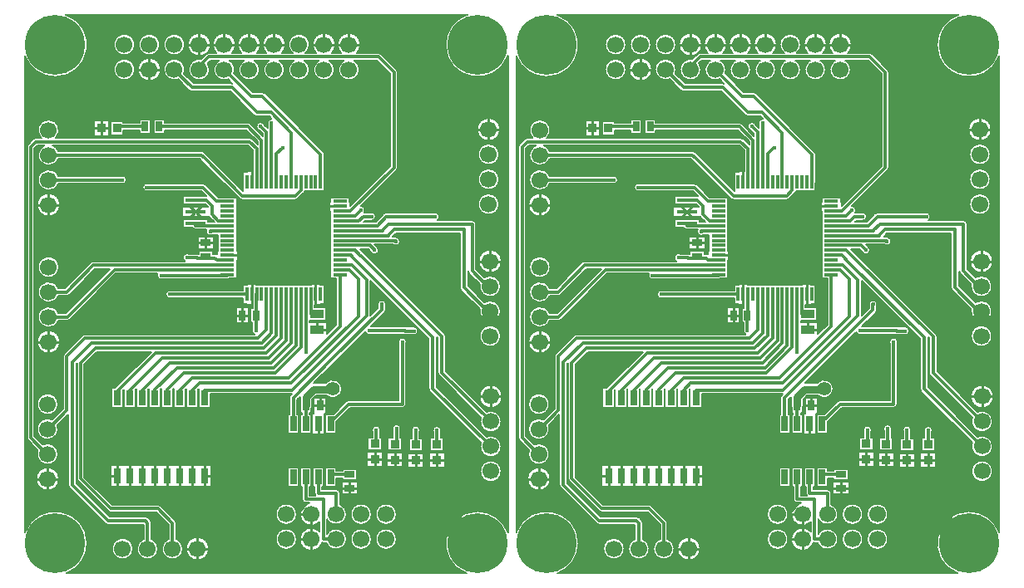
<source format=gtl>
G04 EasyPC Gerber Version 21.0.3 Build 4286 *
G04 #@! TF.Part,Single*
G04 #@! TF.FileFunction,Copper,L1,Top *
G04 #@! TF.FilePolarity,Positive *
%FSLAX45Y45*%
%MOIN*%
G04 #@! TA.AperFunction,SMDPad*
%ADD119R,0.01181X0.05807*%
%ADD25R,0.02559X0.03937*%
%ADD24R,0.02559X0.05906*%
%ADD120R,0.02992X0.06201*%
%ADD93R,0.03346X0.03740*%
G04 #@! TD.AperFunction*
%ADD70C,0.00500*%
%ADD71C,0.01000*%
%ADD121C,0.01181*%
%ADD22C,0.01575*%
G04 #@! TA.AperFunction,ViaPad*
%ADD77C,0.02362*%
G04 #@! TD.AperFunction*
%ADD123C,0.03150*%
G04 #@! TA.AperFunction,ViaPad*
%ADD122C,0.05600*%
G04 #@! TA.AperFunction,ComponentPad*
%ADD74C,0.06693*%
G04 #@! TA.AperFunction,WasherPad*
%ADD23C,0.24016*%
G04 #@! TA.AperFunction,SMDPad*
%ADD118R,0.05807X0.01181*%
%ADD73R,0.08268X0.01575*%
%ADD26R,0.03937X0.02559*%
%ADD29R,0.03740X0.03346*%
%ADD72R,0.05472X0.03583*%
X0Y0D02*
D02*
D70*
X129056Y199942D02*
X50802D01*
G75*
G02X53067Y197673I-1635J-3898*
G01*
X110318*
G75*
G02X111472Y197196I2J-1628*
G01*
X112716Y195952*
X127158Y181629*
Y189096*
X128756*
Y189466*
X131096*
Y197902*
X129056Y199942*
G36*
X50802*
G75*
G02X53067Y197673I-1635J-3898*
G01*
X110318*
G75*
G02X111472Y197196I2J-1628*
G01*
X112716Y195952*
X127158Y181629*
Y189096*
X128756*
Y189466*
X131096*
Y197902*
X129056Y199942*
G37*
X233229Y235777D02*
G75*
G02X208243Y240218I-12098J4441D01*
G01*
G75*
G02X216921Y252399I12888*
G01*
X56048*
G75*
G02X51839Y227330I-4209J-12181*
G01*
G75*
G02X39741Y235777I0J12888*
G01*
Y44659*
G75*
G02X64727Y40218I12098J-4441*
G01*
G75*
G02X56280Y28120I-12888J0*
G01*
X216689*
G75*
G02X221130Y53106I4441J12098*
G01*
G75*
G02X233229Y44659I0J-12888*
G01*
Y235777*
X220917Y206304D02*
G75*
G02X230110I4596D01*
G01*
G75*
G02X220917I-4596*
G01*
X221287Y176304D02*
G75*
G02X229740I4226D01*
G01*
G75*
G02X221287I-4226*
G01*
X221541Y153387D02*
G75*
G02X230734I4596D01*
G01*
G75*
G02X221541I-4596*
G01*
X221287Y186304D02*
G75*
G02X229740I4226D01*
G01*
G75*
G02X221287I-4226*
G01*
Y196304D02*
G75*
G02X229740I4226D01*
G01*
G75*
G02X221287I-4226*
G01*
X67430Y209899D02*
X73276D01*
Y203659*
X67430*
Y209899*
X85693Y210376D02*
X90012D01*
Y204679*
X85693*
Y206057*
X79205*
Y204029*
X74099*
Y209529*
X79205*
Y208998*
X85693*
Y210376*
X75322Y230359D02*
G75*
G02X83774I4226D01*
G01*
G75*
G02X75322I-4226*
G01*
Y240359D02*
G75*
G02X83774I4226D01*
G01*
G75*
G02X75322I-4226*
G01*
X84952Y230359D02*
G75*
G02X94144I4596D01*
G01*
G75*
G02X84952I-4596*
G01*
X224693Y92970D02*
G75*
G02X230614Y89098I1694J-3872D01*
G01*
G75*
G02X222161I-4226*
G01*
G75*
G02X222443Y90615I4226J0*
G01*
X205642Y107416*
G75*
G02X205165Y108567I1151J1151*
G01*
Y122485*
X204802Y122846*
Y102869*
X224698Y82972*
G75*
G02X230614Y79098I1689J-3874*
G01*
G75*
G02X222161I-4226*
G01*
G75*
G02X222445Y80621I4226J0*
G01*
X202023Y101043*
G75*
G02X201546Y102194I1151J1151*
G01*
Y122237*
X178061Y145711*
Y131648*
G75*
G02X178059Y131572I-1472J0*
G01*
X181077Y134571*
Y135786*
G75*
G02X181039Y136141I1629J355*
G01*
G75*
G02X184374I1667*
G01*
G75*
G02X184333Y135775I-1667*
G01*
Y133894*
G75*
G02X183853Y132739I-1628*
G01*
X178239Y127160*
X195561*
G75*
G02X197123Y125990J-1628*
G01*
G75*
G02X194839Y123904I-1562J-582*
G01*
X177950*
G75*
G02X176024Y124959I-360J1628*
G01*
X163637Y112647*
X155442Y104458*
X160211*
G75*
G02X166792Y102194I2901J-2264*
G01*
G75*
G02X160554Y99549I-3680*
G01*
X156326*
X155519Y98742*
X160431*
Y92305*
X159780*
Y83911*
X154721*
Y92317*
X155372*
Y98596*
X154806Y98029*
Y95523*
G75*
G02X154510Y94356I-2455*
G01*
Y92675*
X153878*
Y91946*
X154410*
Y84281*
X150091*
Y91946*
X150622*
Y92675*
X150191*
Y94356*
G75*
G02X149896Y95523I2160J1167*
G01*
Y98917*
X148878Y97900*
Y91946*
X149410*
Y84281*
X145091*
Y91946*
X145622*
Y98575*
G75*
G02X146101Y99728I1628*
G01*
X146598Y100224*
X114097*
Y94596*
X109345*
Y102239*
X109097Y101991*
Y94596*
X104345*
Y102239*
X104097Y101991*
Y94596*
X99345*
Y102364*
X99097Y102116*
Y94596*
X94345*
Y102364*
X94097Y102116*
Y94596*
X89345*
Y102239*
X89097Y101991*
Y94596*
X84345*
Y102115*
X84097Y101867*
Y94596*
X79345*
Y101865*
X79097Y101617*
Y94596*
X74345*
Y102557*
X75878*
X90394Y117073*
X68496*
X63492Y112069*
Y66735*
X74612Y55615*
X92981*
G75*
G02X94022Y55183I0J-1470*
G01*
X99885Y49321*
G75*
G02X100317Y48279I-1038J-1041*
G01*
Y42007*
G75*
G02X103073Y38045I-1470J-3962*
G01*
G75*
G02X94620I-4226*
G01*
G75*
G02X97376Y42007I4226*
G01*
Y47670*
X92372Y52674*
X74003*
G75*
G02X72961Y53107I0J1470*
G01*
X60983Y65084*
G75*
G02X60551Y66126I1038J1041*
G01*
Y112524*
X60280Y112253*
Y64304*
X73679Y50906*
X87981*
G75*
G02X89134Y50426J-1628*
G01*
X89995Y49565*
G75*
G02X90474Y48412I-1149J-1154*
G01*
Y41946*
G75*
G02X93073Y38045I-1628J-3900*
G01*
G75*
G02X84620I-4226*
G01*
G75*
G02X87219Y41946I4226*
G01*
Y47650*
X73007*
G75*
G02X71853Y48126I-2J1628*
G01*
X57501Y62479*
G75*
G02X57024Y63630I1151J1151*
G01*
Y91947*
X52709Y87633*
G75*
G02X48793Y81819I-3917J-1588*
G01*
G75*
G02Y90271J4226*
G01*
G75*
G02X50722Y89805I0J-4226*
G01*
X55060Y94142*
Y115298*
G75*
G02X55492Y116340I1470J0*
G01*
X62727Y123575*
G75*
G02X63769Y124007I1041J-1038*
G01*
X131667*
G75*
G02X130871Y126318I674J1525*
G01*
Y128801*
X130181*
Y134498*
X130907*
Y135978*
X128756*
Y136348*
X127158*
Y138663*
X98501*
G75*
G02X96048Y140133I-786J1470*
G01*
G75*
G02X98501Y141604I1667*
G01*
X127158*
Y143915*
X128756*
Y144285*
X132437*
Y143915*
X154347*
Y144285*
X158028*
Y143915*
X159626*
Y136348*
X158028*
Y135978*
X155691*
Y135053*
X160239*
Y129710*
X153722*
Y128966*
X160609*
Y124109*
X164513Y128013*
Y146490*
X162201*
Y173679*
X161831*
Y177360*
X162201*
Y178958*
X169768*
Y177360*
X170138*
Y175667*
X186103Y191632*
Y228635*
X180724Y234013*
X171671*
G75*
G02X173774Y230359I-2123J-3654*
G01*
G75*
G02X165322I-4226*
G01*
G75*
G02X167425Y234013I4226*
G01*
X161671*
G75*
G02X163774Y230359I-2123J-3654*
G01*
G75*
G02X155322I-4226*
G01*
G75*
G02X157425Y234013I4226*
G01*
X151671*
G75*
G02X153774Y230359I-2123J-3654*
G01*
G75*
G02X145322I-4226*
G01*
G75*
G02X147425Y234013I4226*
G01*
X141671*
G75*
G02X143774Y230359I-2123J-3654*
G01*
G75*
G02X135322I-4226*
G01*
G75*
G02X137425Y234013I4226*
G01*
X131671*
G75*
G02X133774Y230359I-2123J-3654*
G01*
G75*
G02X125322I-4226*
G01*
G75*
G02X127425Y234013I4226*
G01*
X121671*
G75*
G02X123458Y228754I-2124J-3655*
G01*
X130955Y221263*
X134780*
G75*
G02X135933Y220787I2J-1628*
G01*
X159309Y197410*
G75*
G02X159786Y196259I-1151J-1151*
G01*
Y185314*
G75*
G02X159626Y184611I-1628*
G01*
Y181529*
X151857*
G75*
G02X151434Y180792I-1574J414*
G01*
X149188Y178546*
G75*
G02X148034Y178069I-1151J1151*
G01*
X126797*
G75*
G02X125648Y178541I-3J1628*
G01*
X110421Y193642*
G75*
G02X110416Y193647I1134J1139*
G01*
X109646Y194417*
X53067*
G75*
G02X44941Y196045I-3900J1628*
G01*
G75*
G02X47532Y199942I4226*
G01*
X44784*
X43524Y198682*
Y83144*
X46863Y79805*
G75*
G02X53019Y76045I1930J-3760*
G01*
G75*
G02X44566I-4226*
G01*
G75*
G02X44876Y77633I4227J0*
G01*
X41015Y81493*
G75*
G02X40583Y82535I1038J1041*
G01*
Y199291*
G75*
G02X41015Y200333I1470J0*
G01*
X43133Y202451*
G75*
G02X44175Y202883I1041J-1038*
G01*
X46363*
G75*
G02X49167Y210271I2804J3162*
G01*
G75*
G02X51971Y202883J-4226*
G01*
X129665*
G75*
G02X130707Y202451I0J-1470*
G01*
X133065Y200093*
Y201425*
X128432Y206057*
X95563*
Y204679*
X91244*
Y210376*
X95563*
Y208998*
X129041*
G75*
G02X130083Y208566I0J-1470*
G01*
X135033Y203615*
Y204573*
X133674Y205932*
G75*
G02X132491Y207528I484J1596*
G01*
G75*
G02X135754Y208012I1667*
G01*
X137002Y206764*
Y208123*
G75*
G02X138544Y210574I1470J786*
G01*
X137602Y211516*
X132663*
G75*
G02X131509Y211993I-2J1628*
G01*
X122002Y221500*
X106702*
G75*
G02X105544Y221983I-1J1628*
G01*
X101134Y226441*
G75*
G02X95322Y230359I-1586J3918*
G01*
G75*
G02X103774I4226*
G01*
G75*
G02X103448Y228731I-4227J0*
G01*
X107381Y224756*
X122674*
G75*
G02X122863Y224746I4J-1628*
G01*
X121157Y226451*
G75*
G02X117425Y234013I-1609J3908*
G01*
X114026*
X112920Y232907*
G75*
G02X113774Y230359I-3372J-2548*
G01*
G75*
G02X105322I-4226*
G01*
G75*
G02X110360Y234507I4226*
G01*
X112375Y236522*
G75*
G02X113417Y236954I1041J-1038*
G01*
X116460*
G75*
G02X114952Y240359I3088J3405*
G01*
G75*
G02X124144I4596*
G01*
G75*
G02X122636Y236954I-4596*
G01*
X126460*
G75*
G02X124952Y240359I3088J3405*
G01*
G75*
G02X134144I4596*
G01*
G75*
G02X132636Y236954I-4596*
G01*
X136460*
G75*
G02X134952Y240359I3088J3405*
G01*
G75*
G02X144144I4596*
G01*
G75*
G02X142636Y236954I-4596*
G01*
X147044*
G75*
G02X145322Y240359I2504J3405*
G01*
G75*
G02X153774I4226*
G01*
G75*
G02X152052Y236954I-4226*
G01*
X156460*
G75*
G02X154952Y240359I3088J3405*
G01*
G75*
G02X164144I4596*
G01*
G75*
G02X162636Y236954I-4596*
G01*
X166460*
G75*
G02X164952Y240359I3088J3405*
G01*
G75*
G02X174144I4596*
G01*
G75*
G02X172636Y236954I-4596*
G01*
X181333*
G75*
G02X182375Y236522I0J-1470*
G01*
X188612Y230285*
G75*
G02X189044Y229244I-1038J-1041*
G01*
Y191023*
G75*
G02X188612Y189981I-1470J0*
G01*
X174253Y175623*
G75*
G02X175786Y173383I-34J-1667*
G01*
G75*
G02X175598Y172963I-1566J446*
G01*
X178280*
G75*
G02X180307Y171335I360J-1628*
G01*
G75*
G02X178280Y169707I-1667*
G01*
X175885*
X175445Y169273*
X180224*
X183307Y172394*
G75*
G02X184467Y172880I1160J-1143*
G01*
X203687*
G75*
G02X204940Y169843I360J-1628*
G01*
X218899*
G75*
G02X220527Y168215J-1628*
G01*
Y150169*
X223793Y146903*
G75*
G02X230364Y143387I2345J-3516*
G01*
G75*
G02X221911I-4226*
G01*
G75*
G02X221975Y144117I4226J0*
G01*
X217748Y148343*
G75*
G02X217282Y149306I1152J1151*
G01*
Y143430*
X223802Y136909*
G75*
G02X230364Y133387I2335J-3522*
G01*
G75*
G02X221911I-4226*
G01*
G75*
G02X221977Y134130I4226J0*
G01*
X214503Y141604*
G75*
G02X214026Y142755I1151J1151*
G01*
Y164465*
X188326*
X187111Y163210*
X188322*
G75*
G02X189665Y162340J-1470*
G01*
G75*
G02X187054Y160269I-1342J-989*
G01*
X179736*
X180762Y159243*
G75*
G02X181503Y157856I-926J-1387*
G01*
G75*
G02X178413Y156987I-1667*
G01*
X177257Y158143*
X173978*
X174993Y157128*
G75*
G02X175008Y157113I-1222J-1237*
G01*
X175357Y156756*
X207940Y124317*
G75*
G02X208421Y123161I-1146J-1156*
G01*
Y109241*
X224693Y92970*
X221791Y99098D02*
G75*
G02X230984I4596D01*
G01*
G75*
G02X221791I-4596*
G01*
X221911Y123387D02*
G75*
G02X230364I4226D01*
G01*
G75*
G02X221911I-4226*
G01*
X206267Y82439D02*
X207548D01*
Y77332*
X202048*
Y82439*
X203326*
Y84737*
G75*
G02X203129Y85523I1470J786*
G01*
G75*
G02X206464I1667*
G01*
G75*
G02X206267Y84737I-1667*
G01*
Y82439*
X222161Y69098D02*
G75*
G02X230614I4226D01*
G01*
G75*
G02X222161I-4226*
G01*
X201678Y76509D02*
X207918D01*
Y70663*
X201678*
Y76509*
X189276Y121039D02*
G75*
G02X192611I1667D01*
G01*
G75*
G02X192414Y120254I-1667*
G01*
Y96080*
G75*
G02X190943Y94610I-1470*
G01*
X170098*
X164410Y88920*
Y84281*
X160091*
Y91946*
X163277*
X168449Y97120*
G75*
G02X169491Y97551I1040J-1040*
G01*
X189473*
Y120254*
G75*
G02X189276Y121039I1470J786*
G01*
X176839Y76757D02*
X183079D01*
Y70911*
X176839*
Y76757*
X180202Y41861D02*
G75*
G02X188655I4226D01*
G01*
G75*
G02X180202I-4226*
G01*
Y51861D02*
G75*
G02X188655I4226D01*
G01*
G75*
G02X180202I-4226*
G01*
X181930Y82687D02*
X182709D01*
Y77580*
X177209*
Y82687*
X178989*
Y84934*
G75*
G02X178793Y85720I1470J786*
G01*
G75*
G02X182127I1667*
G01*
G75*
G02X181930Y84934I-1667*
G01*
Y82687*
X184827Y76631D02*
X191067D01*
Y70785*
X184827*
Y76631*
X190043Y82561D02*
X190697D01*
Y77454*
X185197*
Y82561*
X187102*
Y85433*
G75*
G02X186905Y86219I1470J786*
G01*
G75*
G02X190239I1667*
G01*
G75*
G02X190043Y85433I-1667*
G01*
Y82561*
X193189Y76383D02*
X199430D01*
Y70537*
X193189*
Y76383*
X197780Y82313D02*
X199059D01*
Y77206*
X193559*
Y82313*
X194839*
Y84934*
G75*
G02X194643Y85720I1470J786*
G01*
G75*
G02X197977I1667*
G01*
G75*
G02X197780Y84934I-1667*
G01*
Y82313*
X167004Y70037D02*
X172701D01*
Y65718*
X167004*
Y66407*
X164410*
Y63021*
X160091*
Y70687*
X164410*
Y69348*
X167004*
Y70037*
X166634Y64856D02*
X173071D01*
Y59797*
X166634*
Y64856*
X170202Y41861D02*
G75*
G02X178655I4226D01*
G01*
G75*
G02X170202I-4226*
G01*
Y51861D02*
G75*
G02X178655I4226D01*
G01*
G75*
G02X170202I-4226*
G01*
X165899Y55823D02*
G75*
G02X168655Y51861I-1470J-3962D01*
G01*
G75*
G02X160715Y49843I-4226*
G01*
Y43878*
G75*
G02X168655Y41861I3714J-2017*
G01*
G75*
G02X160467Y40389I-4226*
G01*
X159244*
G75*
G02X158806Y40456I0J1470*
G01*
G75*
G02X149832Y41861I-4377J1404*
G01*
G75*
G02X157774Y45013I4596*
G01*
Y48708*
G75*
G02X149832Y51861I-3345J3152*
G01*
G75*
G02X153822Y56417I4596*
G01*
X152250*
G75*
G02X150780Y57887J1470*
G01*
Y63021*
X150091*
Y70687*
X154410*
Y63021*
X153721*
Y59358*
X156198*
G75*
G02X155780Y60385I1052J1027*
G01*
Y63021*
X155091*
Y70687*
X159410*
Y63021*
X158721*
Y61856*
X164429*
G75*
G02X165899Y60385J-1470*
G01*
Y55823*
X140202Y41861D02*
G75*
G02X148655I4226D01*
G01*
G75*
G02X140202I-4226*
G01*
Y51861D02*
G75*
G02X148655I4226D01*
G01*
G75*
G02X140202I-4226*
G01*
X145091Y70687D02*
X149410D01*
Y63021*
X145091*
Y70687*
X73975Y71726D02*
X114467D01*
Y63025*
X73975*
Y71726*
X104250Y38045D02*
G75*
G02X113443I4596D01*
G01*
G75*
G02X104250I-4596*
G01*
X74620D02*
G75*
G02X83073I4226D01*
G01*
G75*
G02X74620I-4226*
G01*
X124260Y134868D02*
X129319D01*
Y128431*
X124260*
Y134868*
X124587Y157675D02*
X124957D01*
Y153994*
X124587*
Y146490*
X121565*
G75*
G02X120803Y146277I-762J1257*
G01*
X95131*
G75*
G02X92837Y148458I-786J1470*
G01*
X76169*
X57718Y130007*
G75*
G02X56676Y129574I-1041J1038*
G01*
X53129*
G75*
G02X44941Y131045I-3962J1470*
G01*
G75*
G02X53129Y132515I4226*
G01*
X56067*
X73702Y150150*
X67813*
X57557Y139894*
G75*
G02X56403Y139417I-1151J1151*
G01*
X53067*
G75*
G02X44941Y141045I-3900J1628*
G01*
G75*
G02X53067Y142673I4226*
G01*
X55731*
X65987Y152929*
G75*
G02X67141Y153406I1151J-1151*
G01*
X103766*
G75*
G02X103142Y154279I938J1330*
G01*
G75*
G02X105426Y156364I1562J582*
G01*
X109343*
Y157462*
X115040*
Y156364*
X115809*
G75*
G02X116650Y156132I3J-1628*
G01*
Y157675*
X117020*
Y164033*
X114968*
G75*
G02X112288Y165687I-1053J1293*
G01*
G75*
G02X112371Y166174I1628J-26*
G01*
X108074*
G75*
G02X106859Y166817J1470*
G01*
X103059*
Y170151*
X113087*
Y169115*
X115578*
X113650Y171042*
G75*
G02X113457Y171280I1039J1041*
G01*
Y171171*
X102689*
Y175246*
X112924*
X111904Y176265*
X103059*
Y179600*
X112457*
X110460Y181596*
X89320*
G75*
G02X86867Y183067I-786J1470*
G01*
G75*
G02X89320Y184537I1667*
G01*
X111068*
G75*
G02X112109Y184106I1J-1471*
G01*
X117259Y178958*
X124587*
Y157675*
X108973Y163383D02*
X115410D01*
Y158324*
X108973*
Y163383*
X78084Y187515D02*
G75*
G02X80537Y186045I786J-1470D01*
G01*
G75*
G02X78084Y184574I-1667*
G01*
X53129*
G75*
G02X44941Y186045I-3962J1470*
G01*
G75*
G02X53129Y187515I4226*
G01*
X78084*
X44566Y96045D02*
G75*
G02X53019I4226D01*
G01*
G75*
G02X44566I-4226*
G01*
X44570Y121045D02*
G75*
G02X53763I4596D01*
G01*
G75*
G02X44570I-4596*
G01*
Y176045D02*
G75*
G02X53763I4596D01*
G01*
G75*
G02X44570I-4596*
G01*
X44941Y151045D02*
G75*
G02X53393I4226D01*
G01*
G75*
G02X44941I-4226*
G01*
X44196Y66045D02*
G75*
G02X53389I4596D01*
G01*
G75*
G02X44196I-4596*
G01*
X85322Y240359D02*
G75*
G02X93774I4226D01*
G01*
G75*
G02X85322I-4226*
G01*
X95322D02*
G75*
G02X103774I4226D01*
G01*
G75*
G02X95322I-4226*
G01*
X104952D02*
G75*
G02X114144I4596D01*
G01*
G75*
G02X104952I-4596*
G01*
X208348Y41861D02*
G36*
X188655D01*
G75*
G02X180202I-4226*
G01*
X178655*
G75*
G02X170202I-4226*
G01*
X168655*
G75*
G02X160467Y40389I-4226*
G01*
X159244*
G75*
G02X158806Y40456I1J1481*
G01*
G75*
G02X149832Y41861I-4377J1404*
G01*
X148655*
G75*
G02X140202I-4226*
G01*
X111410*
G75*
G02X113443Y38045I-2563J-3815*
G01*
G75*
G02X104250I-4596*
G01*
G75*
G02X106283Y41861I4596*
G01*
X100665*
G75*
G02X103073Y38046I-1817J-3815*
G01*
Y38045*
G75*
G02X94620I-4226*
G01*
G75*
G02X97029Y41861I4227J0*
G01*
X90665*
G75*
G02X93073Y38045I-1819J-3815*
G01*
G75*
G02X84620I-4226*
G01*
G75*
G02X87028Y41861I4226*
G01*
X80665*
G75*
G02X83073Y38045I-1818J-3815*
G01*
G75*
G02X74620I-4226*
G01*
G75*
G02X77028Y41861I4226*
G01*
X64622*
G75*
G02X64727Y40218I-12785J-1643*
G01*
G75*
G02X56909Y28370I-12889J1*
G01*
X216060*
G75*
G02X208243Y40218I5070J11848*
G01*
G75*
G02X208348Y41861I12890J0*
G01*
G37*
X46312Y51861D02*
G36*
X39991D01*
Y45289*
G75*
G02X46312Y51861I11848J-5071*
G01*
G37*
X87028Y41861D02*
G36*
G75*
G02X87219Y41946I1819J-3820D01*
G01*
Y47650*
X73007*
G75*
G02X71853Y48126I-2J1630*
G01*
X68119Y51861*
X57366*
G75*
G02X64622Y41861I-5527J-11643*
G01*
X77028*
G75*
G02X80665I1818J-3815*
G01*
X87028*
G37*
X97029D02*
G36*
G75*
G02X97376Y42007I1818J-3815D01*
G01*
Y47670*
X93185Y51861*
X72724*
X73679Y50906*
X87981*
G75*
G02X89134Y50426I0J-1627*
G01*
X89995Y49565*
G75*
G02X90474Y48412I-1148J-1153*
G01*
Y48412*
Y41946*
G75*
G02X90665Y41861I-1628J-3905*
G01*
X97029*
G37*
X149832Y51861D02*
G36*
X148655D01*
G75*
G02X140202I-4226*
G01*
X97345*
X99885Y49321*
G75*
G02X100317Y48280I-1038J-1041*
G01*
Y48279*
Y42007*
G75*
G02X100665Y41861I-1470J-3964*
G01*
X106283*
G75*
G02X111410I2563J-3815*
G01*
X140202*
G75*
G02X148655I4226*
G01*
X149832*
Y41861*
G75*
G02X157774Y45013I4596*
G01*
Y48708*
G75*
G02X149832Y51860I-3345J3152*
G01*
Y51861*
G37*
X208348Y41861D02*
G36*
G75*
G02X215603Y51861I12783J-1643D01*
G01*
X188655*
G75*
G02X180202I-4226*
G01*
X178655*
G75*
G02X170202I-4226*
G01*
X168655*
G75*
G02X160715Y49843I-4226*
G01*
Y43878*
G75*
G02X168655Y41861I3714J-2018*
G01*
X170202*
G75*
G02X178655I4226*
G01*
X180202*
G75*
G02X188655I4226*
G01*
X208348*
G37*
X232979Y45289D02*
G36*
Y51861D01*
X226657*
G75*
G02X232979Y45289I-5527J-11643*
G01*
G37*
X68119Y51861D02*
G36*
X57653Y62326D01*
X51494*
G75*
G02X46091I-2702J3719*
G01*
X39991*
Y51861*
X46312*
G75*
G02X57366I5527J-11643*
G01*
X68119*
G37*
X93185D02*
G36*
X92372Y52674D01*
X74003*
G75*
G02X72961Y53107I0J1470*
G01*
X63741Y62326*
X62258*
X72724Y51861*
X93185*
G37*
X155780Y62326D02*
G36*
X153721D01*
Y59358*
X156198*
G75*
G02X155780Y60385I1055J1028*
G01*
Y62326*
G37*
X149832Y51861D02*
G36*
G75*
G02X153822Y56417I4596D01*
G01*
X152250*
G75*
G02X150780Y57887J1470*
G01*
Y62326*
X67901*
X74612Y55615*
X92981*
G75*
G02X94022Y55183I0J-1470*
G01*
X97345Y51861*
X140202*
G75*
G02X148655I4226*
G01*
X149832*
G37*
X226657D02*
G36*
X232979D01*
Y62326*
X173071*
Y59797*
X166634*
Y62326*
X158721*
Y61856*
X164429*
G75*
G02X165899Y60385J-1470*
G01*
Y55823*
G75*
G02X168655Y51861I-1470J-3962*
G01*
Y51861*
X170202*
G75*
G02X178655I4226*
G01*
X180202*
G75*
G02X188655I4226*
G01*
X215603*
G75*
G02X221130Y53106I5527J-11643*
G01*
G75*
G02X226657Y51861I-1J-12889*
G01*
G37*
X45356Y69098D02*
G36*
X39991D01*
Y62326*
X46091*
G75*
G02X44196Y66045I2702J3719*
G01*
G75*
G02X45356Y69098I4596*
G01*
G37*
X57653Y62326D02*
G36*
X57501Y62479D01*
G75*
G02X57024Y63630I1154J1152*
G01*
Y69098*
X52229*
G75*
G02X53389Y66045I-3436J-3053*
G01*
G75*
G02X51494Y62326I-4596*
G01*
X57653*
G37*
X62258D02*
G36*
X63741D01*
X60983Y65084*
G75*
G02X60551Y66126I1038J1041*
G01*
Y66126*
Y69098*
X60280*
Y64304*
X62258Y62326*
G37*
X150091Y69098D02*
G36*
X149410D01*
Y63021*
X145091*
Y69098*
X114467*
Y63025*
X73975*
Y69098*
X63492*
Y66735*
X67901Y62326*
X150780*
Y63021*
X150091*
Y69098*
G37*
X155091D02*
G36*
X154410D01*
Y63021*
X153721*
Y62326*
X155780*
Y63021*
X155091*
Y69098*
G37*
X172701D02*
G36*
Y65718D01*
X167004*
Y66407*
X164410*
Y63021*
X160091*
Y69098*
X159410*
Y63021*
X158721*
Y62326*
X166634*
Y64856*
X173071*
Y62326*
X232979*
Y69098*
X230614*
G75*
G02X222161I-4226*
G01*
X172701*
G37*
X57024Y73586D02*
G36*
X52230D01*
G75*
G02X45355I-3438J2459*
G01*
X39991*
Y69098*
X45356*
G75*
G02X52229I3436J-3053*
G01*
X57024*
Y73586*
G37*
X60551D02*
G36*
X60280D01*
Y69098*
X60551*
Y73586*
G37*
X207918D02*
G36*
Y70663D01*
X201678*
Y73586*
X199430*
Y70537*
X193189*
Y73586*
X191067*
Y70785*
X184827*
Y73586*
X183079*
Y70911*
X176839*
Y73586*
X63492*
Y69098*
X73975*
Y71726*
X114467*
Y69098*
X145091*
Y70687*
X149410*
Y69098*
X150091*
Y70687*
X154410*
Y69098*
X155091*
Y70687*
X159410*
Y69098*
X160091*
Y70687*
X164410*
Y69348*
X167004*
Y70037*
X172701*
Y69098*
X222161*
G75*
G02X230614I4226*
G01*
X232979*
Y73586*
X207918*
G37*
X45355D02*
G36*
G75*
G02X44566Y76045I3438J2458D01*
G01*
G75*
G02Y76046I3470J0*
G01*
G75*
G02X44876Y77633I4224*
G01*
X41015Y81493*
G75*
G02X40608Y82261I1038J1041*
G01*
X39991*
Y73586*
X45355*
G37*
X57024Y82261D02*
G36*
X50676D01*
G75*
G02X48793Y81819I-1883J3784*
G01*
G75*
G02X46909Y82261J4226*
G01*
X44406*
X46863Y79805*
G75*
G02X53019Y76045I1930J-3760*
G01*
G75*
G02X52230Y73586I-4226J0*
G01*
X57024*
Y82261*
G37*
X60551D02*
G36*
X60280D01*
Y73586*
X60551*
Y82261*
G37*
X207548D02*
G36*
Y77332D01*
X202048*
Y82261*
X199059*
Y77206*
X193559*
Y82261*
X190697*
Y77454*
X185197*
Y82261*
X182709*
Y77580*
X177209*
Y82261*
X63492*
Y73586*
X176839*
Y76757*
X183079*
Y73586*
X184827*
Y76631*
X191067*
Y73586*
X193189*
Y76383*
X199430*
Y73586*
X201678*
Y76509*
X207918*
Y73586*
X232979*
Y82261*
X229190*
G75*
G02X230614Y79098I-2803J-3163*
G01*
Y79098*
G75*
G02X222161I-4226*
G01*
G75*
G02X222445Y80621I4233J-1*
G01*
X220804Y82261*
X207548*
G37*
X40608D02*
G36*
G75*
G02X40583Y82534I1445J273D01*
G01*
Y82535*
Y99098*
X39991*
Y82261*
X40608*
G37*
X55060Y99098D02*
G36*
X51715D01*
G75*
G02X53019Y96045I-2923J-3053*
G01*
G75*
G02X44566I-4226*
G01*
G75*
G02X45870Y99098I4226*
G01*
X43524*
Y83144*
X44406Y82261*
X46909*
G75*
G02X44566Y86045I1883J3783*
G01*
G75*
G02X48793Y90271I4226*
G01*
G75*
G02X50722Y89805I-2J-4234*
G01*
X55060Y94142*
Y99098*
G37*
X57024Y82261D02*
G36*
Y91947D01*
X52709Y87633*
G75*
G02X53019Y86045I-3918J-1587*
G01*
G75*
G02X50676Y82261I-4226*
G01*
X57024*
G37*
X60551Y99098D02*
G36*
X60280D01*
Y82261*
X60551*
Y99098*
G37*
X220804Y82261D02*
G36*
X203968Y99098D01*
X192414*
Y96080*
G75*
G02X190943Y94610I-1470*
G01*
X170098*
X164410Y88920*
Y84281*
X160091*
Y91946*
X163277*
X168449Y97120*
G75*
G02X169491Y97551I1041J-1043*
G01*
X189473*
Y99098*
X165100*
G75*
G02X161124I-1988J3097*
G01*
X155874*
X155519Y98742*
X160431*
Y92305*
X159780*
Y83911*
X154721*
Y92317*
X155372*
Y98596*
X154806Y98029*
Y95523*
G75*
G02Y95522I-2707J0*
G01*
G75*
G02X154510Y94356I-2450*
G01*
Y92675*
X153878*
Y91946*
X154410*
Y84281*
X150091*
Y91946*
X150622*
Y92675*
X150191*
Y94356*
G75*
G02X149896Y95522I2155J1166*
G01*
G75*
G02Y95523I2707J1*
G01*
Y98917*
X148878Y97900*
Y91946*
X149410*
Y84281*
X145091*
Y91946*
X145622*
Y98575*
G75*
G02X145709Y99098I1629*
G01*
X114097*
Y94596*
X109345*
Y99098*
X109097*
Y94596*
X104345*
Y99098*
X104097*
Y94596*
X99345*
Y99098*
X99097*
Y94596*
X94345*
Y99098*
X94097*
Y94596*
X89345*
Y99098*
X89097*
Y94596*
X84345*
Y99098*
X84097*
Y94596*
X79345*
Y99098*
X79097*
Y94596*
X74345*
Y99098*
X63492*
Y82261*
X177209*
Y82687*
X178989*
Y84934*
G75*
G02X178793Y85720I1471J786*
G01*
G75*
G02X182127I1667*
G01*
G75*
G02X181930Y84934I-1668*
G01*
Y82687*
X182709*
Y82261*
X185197*
Y82561*
X187102*
Y85433*
G75*
G02X186905Y86219I1471J786*
G01*
G75*
G02X190239I1667*
G01*
G75*
G02X190043Y85433I-1668*
G01*
Y82561*
X190697*
Y82261*
X193559*
Y82313*
X194839*
Y84934*
G75*
G02X194643Y85720I1471J786*
G01*
G75*
G02X197977I1667*
G01*
G75*
G02X197780Y84934I-1668*
G01*
Y82313*
X199059*
Y82261*
X202048*
Y82439*
X203326*
Y84737*
G75*
G02X203129Y85523I1471J786*
G01*
G75*
G02X206464I1667*
G01*
G75*
G02X206267Y84737I-1668*
G01*
Y82439*
X207548*
Y82261*
X220804*
G37*
X229190D02*
G36*
X232979D01*
Y99098*
X230984*
G75*
G02X221791I-4596*
G01*
X218565*
X224693Y92970*
G75*
G02X230614Y89098I1694J-3872*
G01*
G75*
G02X222161I-4226*
G01*
G75*
G02X222443Y90615I4235J-2*
G01*
X213960Y99098*
X208573*
X224698Y82972*
G75*
G02X229190Y82261I1689J-3874*
G01*
G37*
X40583Y123387D02*
G36*
X39991D01*
Y99098*
X40583*
Y123387*
G37*
X62539D02*
G36*
X53122D01*
G75*
G02X53763Y121045I-3955J-2342*
G01*
G75*
G02X44570I-4596*
G01*
G75*
G02X45212Y123387I4596J0*
G01*
X43524*
Y99098*
X45870*
G75*
G02X51715I2923J-3053*
G01*
X55060*
Y115298*
Y115299*
G75*
G02X55492Y116340I1470*
G01*
X62539Y123387*
G37*
X60551Y99098D02*
G36*
Y112524D01*
X60280Y112253*
Y99098*
X60551*
G37*
X74345D02*
G36*
Y102557D01*
X75878*
X90394Y117073*
X68496*
X63492Y112069*
Y99098*
X74345*
G37*
X79345D02*
G36*
Y101865D01*
X79097Y101617*
Y99098*
X79345*
G37*
X84345D02*
G36*
Y102115D01*
X84097Y101867*
Y99098*
X84345*
G37*
X89345D02*
G36*
Y102239D01*
X89097Y101991*
Y99098*
X89345*
G37*
X94345D02*
G36*
Y102364D01*
X94097Y102116*
Y99098*
X94345*
G37*
X99345D02*
G36*
Y102364D01*
X99097Y102116*
Y99098*
X99345*
G37*
X104345D02*
G36*
Y102239D01*
X104097Y101991*
Y99098*
X104345*
G37*
X109345D02*
G36*
Y102239D01*
X109097Y101991*
Y99098*
X109345*
G37*
X145709D02*
G36*
G75*
G02X146101Y99728I1543J-524D01*
G01*
X146598Y100224*
X114097*
Y99098*
X145709*
G37*
X161124D02*
G36*
G75*
G02X160554Y99549I1989J3096D01*
G01*
X156326*
X155874Y99098*
X161124*
G37*
X203968D02*
G36*
X202023Y101043D01*
G75*
G02X201546Y102194I1154J1152*
G01*
Y122237*
X200396Y123387*
X174443*
X163637Y112647*
X155442Y104458*
X160211*
G75*
G02X166792Y102194I2901J-2265*
G01*
G75*
G02X165100Y99098I-3680J0*
G01*
X189473*
Y120254*
G75*
G02X189276Y121039I1471J786*
G01*
G75*
G02X192611I1667*
G01*
G75*
G02X192414Y120254I-1668*
G01*
Y99098*
X203968*
G37*
X218565D02*
G36*
X221791D01*
G75*
G02X230984I4596*
G01*
X232979*
Y123387*
X230364*
G75*
G02X221911I-4226*
G01*
X208406*
G75*
G02X208421Y123161I-1612J-226*
G01*
Y109241*
X218565Y99098*
G37*
X208573D02*
G36*
X213960D01*
X205642Y107416*
G75*
G02X205165Y108567I1154J1152*
G01*
Y122485*
X204802Y122846*
Y102869*
X208573Y99098*
G37*
X40583Y131649D02*
G36*
X39991D01*
Y123387*
X40583*
Y131649*
G37*
X62539Y123387D02*
G36*
X62727Y123575D01*
G75*
G02X63769Y124007I1041J-1038*
G01*
X131667*
G75*
G02X130674Y125532I674J1525*
G01*
G75*
G02X130871Y126318I1667*
G01*
Y128801*
X130181*
Y131649*
X129319*
Y128431*
X124260*
Y131649*
X59361*
X57718Y130007*
G75*
G02X56676Y129574I-1041J1038*
G01*
X53129*
G75*
G02X44941Y131045I-3962J1470*
G01*
G75*
G02X44984Y131649I4227J1*
G01*
X43524*
Y123387*
X45212*
G75*
G02X53122I3955J-2342*
G01*
X62539*
G37*
X164513Y131649D02*
G36*
X160239D01*
Y129710*
X153722*
Y128966*
X160609*
Y124109*
X164513Y128013*
Y131649*
G37*
X200396Y123387D02*
G36*
X192130Y131649D01*
X182756*
X178239Y127160*
X195561*
G75*
G02X197123Y125990I0J-1628*
G01*
G75*
G02X197228Y125408I-1562J-581*
G01*
G75*
G02X194839Y123904I-1667*
G01*
X177950*
G75*
G02X176024Y124959I-360J1628*
G01*
X174443Y123387*
X200396*
G37*
X178137Y131649D02*
G36*
X178061D01*
Y131648*
G75*
G02Y131641I-1215J-3*
G01*
G75*
G02X178059Y131572I-1211J0*
G01*
X178137Y131649*
G37*
X229991D02*
G36*
G75*
G02X222285I-3853J1738D01*
G01*
X200575*
X207940Y124317*
G75*
G02X208406Y123387I-1146J-1156*
G01*
X221911*
G75*
G02X230364I4226*
G01*
X232979*
Y131649*
X229991*
G37*
X40583Y153387D02*
G36*
X39991D01*
Y131649*
X40583*
Y153387*
G37*
X66892D02*
G36*
X52685D01*
G75*
G02X53393Y151045I-3518J-2342*
G01*
G75*
G02X44941I-4226*
G01*
G75*
G02X45649Y153387I4226*
G01*
X43524*
Y131649*
X44984*
G75*
G02X53129Y132515I4183J-604*
G01*
X56067*
X73702Y150150*
X67813*
X57557Y139894*
G75*
G02X56403Y139417I-1152J1153*
G01*
X53067*
G75*
G02X44941Y141045I-3900J1628*
G01*
G75*
G02X53067Y142673I4226*
G01*
X55731*
X65987Y152929*
G75*
G02X66892Y153387I1152J-1153*
G01*
G37*
X162201D02*
G36*
X124587D01*
Y146490*
X121565*
G75*
G02X120803Y146277I-763J1259*
G01*
X95131*
G75*
G02X92678Y147747I-786J1470*
G01*
G75*
G02X92837Y148458I1667*
G01*
X76169*
X59361Y131649*
X124260*
Y134868*
X129319*
Y131649*
X130181*
Y134498*
X130907*
Y135978*
X128756*
Y136348*
X127158*
Y138663*
X98501*
G75*
G02X96048Y140133I-786J1471*
G01*
G75*
G02X98501Y141604I1667J0*
G01*
X127158*
Y143915*
X128756*
Y144285*
X132437*
Y143915*
X154347*
Y144285*
X158028*
Y143915*
X159626*
Y136348*
X158028*
Y135978*
X155691*
Y135053*
X160239*
Y131649*
X164513*
Y146490*
X162201*
Y153387*
G37*
X192130Y131649D02*
G36*
X178061Y145711D01*
Y131649*
X178137*
X181077Y134571*
Y135786*
G75*
G02X181039Y136138I1607J352*
G01*
G75*
G02Y136141I1758J1*
G01*
G75*
G02X184374I1667*
G01*
G75*
G02X184333Y135775I-1676J1*
G01*
Y133894*
G75*
G02X183853Y132739I-1628*
G01*
X182756Y131649*
X192130*
G37*
X222285D02*
G36*
G75*
G02X221911Y133387I3853J1737D01*
G01*
G75*
G02X221977Y134130I4249J-2*
G01*
X214503Y141604*
G75*
G02X214026Y142755I1154J1152*
G01*
Y153387*
X178742*
X200575Y131649*
X222285*
G37*
X229991D02*
G36*
X232979D01*
Y153387*
X230734*
G75*
G02X221541I-4596*
G01*
X220527*
Y150169*
X223793Y146903*
G75*
G02X230364Y143387I2345J-3516*
G01*
G75*
G02X221911I-4226*
G01*
G75*
G02Y143390I3948J2*
G01*
G75*
G02X221975Y144117I4197*
G01*
X217748Y148343*
G75*
G02X217282Y149306I1150J1150*
G01*
Y143430*
X223802Y136909*
G75*
G02X230364Y133387I2335J-3523*
G01*
G75*
G02X229991Y131649I-4226J0*
G01*
G37*
X40583Y160854D02*
G36*
X39991D01*
Y153387*
X40583*
Y160854*
G37*
X117020D02*
G36*
X115410D01*
Y158324*
X108973*
Y160854*
X43524*
Y153387*
X45649*
G75*
G02X52685I3518J-2342*
G01*
X66892*
G75*
G02X67141Y153406I247J-1610*
G01*
X103766*
G75*
G02X103142Y154279I940J1331*
G01*
G75*
G02X103037Y154861I1562J583*
G01*
G75*
G02X105426Y156364I1667*
G01*
X109343*
Y157462*
X115040*
Y156364*
X115809*
G75*
G02X116650Y156132I4J-1626*
G01*
Y157675*
X117020*
Y160854*
G37*
X162201D02*
G36*
X124587D01*
Y157675*
X124957*
Y153994*
X124587*
Y153387*
X162201*
Y160854*
G37*
X214026D02*
G36*
X189914D01*
G75*
G02X187054Y160269I-1592J497*
G01*
X179736*
X180762Y159243*
G75*
G02X181503Y157857I-925J-1386*
G01*
Y157856*
G75*
G02X178413Y156987I-1667*
G01*
X177257Y158143*
X173978*
X174993Y157128*
G75*
G02X175008Y157113I-128J-142*
G01*
X175357Y156756*
X178742Y153387*
X214026*
Y160854*
G37*
X220527D02*
G36*
Y153387D01*
X221541*
G75*
G02X230734I4596*
G01*
X232979*
Y160854*
X220527*
G37*
X40583Y176304D02*
G36*
X39991D01*
Y160854*
X40583*
Y176304*
G37*
X103059D02*
G36*
X53756D01*
G75*
G02X53763Y176045I-4591J-262*
G01*
G75*
G02X44570I-4596*
G01*
G75*
G02X44578Y176304I4598J-4*
G01*
X43524*
Y160854*
X108973*
Y163383*
X115410*
Y160854*
X117020*
Y164033*
X114968*
G75*
G02X112248Y165326I-1053J1293*
G01*
G75*
G02X112288Y165687I1667*
G01*
G75*
G02X112371Y166174I1631J-26*
G01*
X108074*
G75*
G02X106859Y166817I0J1471*
G01*
X103059*
Y170151*
X113087*
Y169115*
X115578*
X113650Y171042*
G75*
G02X113457Y171280I1065J1062*
G01*
Y171171*
X102689*
Y175246*
X112924*
X111904Y176265*
X103059*
Y176304*
G37*
X162201Y160854D02*
G36*
Y173679D01*
X161831*
Y176304*
X124587*
Y160854*
X162201*
G37*
X170775Y176304D02*
G36*
X170138D01*
Y175667*
X170775Y176304*
G37*
X220527Y160854D02*
G36*
X232979D01*
Y176304*
X229740*
G75*
G02X221287I-4226*
G01*
X174934*
X174253Y175623*
G75*
G02X175887Y173956I-34J-1667*
G01*
G75*
G02X175786Y173383I-1668*
G01*
G75*
G02X175598Y172963I-1563J444*
G01*
X178280*
G75*
G02X180307Y171335I360J-1628*
G01*
G75*
G02X178280Y169707I-1668J0*
G01*
X175885*
X175445Y169273*
X180224*
X183307Y172394*
G75*
G02X184467Y172880I1160J-1144*
G01*
X203687*
G75*
G02X205715Y171252I360J-1628*
G01*
G75*
G02X204940Y169843I-1667*
G01*
X218899*
G75*
G02X220527Y168215J-1628*
G01*
Y160854*
G37*
X214026D02*
G36*
Y164465D01*
X188326*
X187111Y163210*
X188322*
G75*
G02X189665Y162340I0J-1471*
G01*
G75*
G02X189990Y161351I-1342J-989*
G01*
G75*
G02X189914Y160854I-1668J0*
G01*
X214026*
G37*
X40583Y186304D02*
G36*
X39991D01*
Y176304*
X40583*
Y186304*
G37*
X180775D02*
G36*
X159786D01*
Y185314*
G75*
G02X159626Y184611I-1636J2*
G01*
Y181529*
X151857*
G75*
G02X151434Y180792I-1575J414*
G01*
X149188Y178546*
G75*
G02X148034Y178069I-1152J1153*
G01*
X126797*
G75*
G02X125648Y178541I-3J1628*
G01*
X117821Y186304*
X80517*
G75*
G02X80537Y186045I-1648J-258*
G01*
G75*
G02X78084Y184574I-1667J0*
G01*
X53129*
G75*
G02X44941Y186045I-3962J1470*
G01*
G75*
G02X44948Y186304I4228J1*
G01*
X43524*
Y176304*
X44578*
G75*
G02X53756I4589J-259*
G01*
X103059*
Y179600*
X112457*
X110460Y181596*
X89320*
G75*
G02X86867Y183067I-786J1471*
G01*
G75*
G02X89320Y184537I1667J0*
G01*
X111068*
G75*
G02X112109Y184106I0J-1473*
G01*
X117259Y178958*
X124587*
Y176304*
X161831*
Y177360*
X162201*
Y178958*
X169768*
Y177360*
X170138*
Y176304*
X170775*
X180775Y186304*
G37*
X184934D02*
G36*
X174934Y176304D01*
X221287*
G75*
G02X229740I4226*
G01*
X232979*
Y186304*
X229740*
G75*
G02X221287I-4226*
G01*
X184934*
G37*
X40583Y196304D02*
G36*
X39991D01*
Y186304*
X40583*
Y196304*
G37*
X117821Y186304D02*
G36*
X110421Y193642D01*
G75*
G02X110416Y193647I14J19*
G01*
X109646Y194417*
X53067*
G75*
G02X44941Y196045I-3900J1628*
G01*
G75*
G02X44948Y196304I4227J1*
G01*
X43524*
Y186304*
X44948*
G75*
G02X53129Y187515I4219J-259*
G01*
X78084*
G75*
G02X80517Y186304I786J-1471*
G01*
X117821*
G37*
X186103Y196304D02*
G36*
X159785D01*
G75*
G02X159786Y196259I-1630J-51*
G01*
Y186304*
X180775*
X186103Y191632*
Y196304*
G37*
X189044D02*
G36*
Y191023D01*
Y191022*
G75*
G02X188612Y189981I-1470*
G01*
X184934Y186304*
X221287*
G75*
G02X229740I4226*
G01*
X232979*
Y196304*
X229740*
G75*
G02X221287I-4226*
G01*
X189044*
G37*
X44949Y206304D02*
G36*
X39991D01*
Y196304*
X40583*
Y199291*
Y199291*
G75*
G02X41015Y200333I1470*
G01*
X43133Y202451*
G75*
G02X44175Y202883I1041J-1038*
G01*
X46363*
G75*
G02X44941Y206045I2805J3161*
G01*
G75*
G02X44949Y206304I4226J1*
G01*
G37*
X44948Y196304D02*
G36*
G75*
G02X47532Y199942I4219J-259D01*
G01*
X44784*
X43524Y198682*
Y196304*
X44948*
G37*
X91244Y206304D02*
G36*
X90012D01*
Y204679*
X85693*
Y206057*
X79205*
Y204029*
X74099*
Y206304*
X73276*
Y203659*
X67430*
Y206304*
X53385*
G75*
G02X53393Y206045I-4219J-258*
G01*
G75*
G02X51971Y202883I-4226*
G01*
X129665*
G75*
G02X130707Y202451I0J-1470*
G01*
X133065Y200093*
Y201425*
X128432Y206057*
X95563*
Y204679*
X91244*
Y206304*
G37*
X133026D02*
G36*
X132345D01*
X135033Y203615*
Y204573*
X133674Y205932*
G75*
G02X133026Y206304I485J1596*
G01*
G37*
X186103D02*
G36*
X150416D01*
X159309Y197410*
G75*
G02X159785Y196304I-1154J-1152*
G01*
X186103*
Y206304*
G37*
X189044D02*
G36*
Y196304D01*
X221287*
G75*
G02X229740I4226*
G01*
X232979*
Y206304*
X230110*
G75*
G02X220917I-4596*
G01*
X189044*
G37*
X133026D02*
G36*
G75*
G02X132491Y207528I1132J1225D01*
G01*
Y207528*
G75*
G02X135754Y208012I1667*
G01*
X137002Y206764*
Y208123*
G75*
G02X136805Y208909I1470J786*
G01*
G75*
G02X138544Y210574I1667*
G01*
X137602Y211516*
X132663*
G75*
G02X131509Y211993I-2J1630*
G01*
X122002Y221500*
X106702*
G75*
G02X105544Y221983I-2J1625*
G01*
X101134Y226441*
G75*
G02X95322Y230359I-1586J3918*
G01*
X94144*
G75*
G02X84952I-4596*
G01*
X83774*
G75*
G02X75322I-4226*
G01*
X60139*
G75*
G02X51839Y227330I-8300J9859*
G01*
G75*
G02X43539Y230359I1J12889*
G01*
X39991*
Y206304*
X44949*
G75*
G02X49167Y210271I4219J-259*
G01*
G75*
G02X53385Y206304J-4226*
G01*
X67430*
Y209899*
X73276*
Y206304*
X74099*
Y209529*
X79205*
Y208998*
X85693*
Y210376*
X90012*
Y206304*
X91244*
Y210376*
X95563*
Y208998*
X129041*
G75*
G02X130083Y208566I0J-1470*
G01*
X132345Y206304*
X133026*
G37*
X115322Y230359D02*
G36*
X113774D01*
G75*
G02X105322I-4226*
G01*
X103774*
G75*
G02X103448Y228731I-4230J0*
G01*
X107381Y224756*
X122674*
G75*
G02X122863Y224746I9J-1533*
G01*
X121157Y226451*
G75*
G02X115322Y230359I-1609J3908*
G01*
G37*
X186103Y206304D02*
G36*
Y228635D01*
X184379Y230359*
X173774*
G75*
G02X165322I-4226*
G01*
X163774*
G75*
G02X155322I-4226*
G01*
X153774*
G75*
G02X145322I-4226*
G01*
X143774*
G75*
G02X135322I-4226*
G01*
X133774*
G75*
G02X125322I-4226*
G01*
X123774*
Y230359*
G75*
G02X123458Y228754I-4227J0*
G01*
X130955Y221263*
X134780*
G75*
G02X135933Y220787I2J-1630*
G01*
X150416Y206304*
X186103*
G37*
X212830Y230359D02*
G36*
X188538D01*
X188612Y230285*
G75*
G02X189044Y229244I-1038J-1041*
G01*
Y229244*
Y206304*
X220917*
G75*
G02X230110I4596*
G01*
X232979*
Y230359*
X229431*
G75*
G02X212830I-8300J9859*
G01*
G37*
X43539D02*
G36*
G75*
G02X39991Y235148I8300J9860D01*
G01*
Y230359*
X43539*
G37*
X115322D02*
G36*
G75*
G02X117425Y234013I4226D01*
G01*
X114026*
X112920Y232907*
G75*
G02X113774Y230359I-3370J-2548*
G01*
Y230359*
X115322*
G37*
X114952Y240359D02*
G36*
X114144D01*
G75*
G02X104952I-4596*
G01*
X103774*
G75*
G02X95322I-4226*
G01*
X93774*
G75*
G02X85322I-4226*
G01*
X83774*
G75*
G02X75322I-4226*
G01*
X64726*
G75*
G02X64727Y240218I-12900J-143*
G01*
G75*
G02X60139Y230359I-12888J0*
G01*
X75322*
G75*
G02X83774I4226*
G01*
X84952*
G75*
G02X94144I4596*
G01*
X95322*
G75*
G02X103774I4226*
G01*
X105322*
G75*
G02X110360Y234507I4226*
G01*
X112375Y236522*
G75*
G02X113417Y236954I1041J-1038*
G01*
X116460*
G75*
G02X114952Y240359I3087J3404*
G01*
Y240359*
G37*
X125322Y230359D02*
G36*
G75*
G02X127425Y234013I4226D01*
G01*
X121671*
G75*
G02X123774Y230359I-2124J-3655*
G01*
X125322*
G37*
X124952Y240359D02*
G36*
X124144D01*
G75*
G02X122636Y236954I-4598J0*
G01*
X126460*
G75*
G02X124952Y240359I3087J3404*
G01*
Y240359*
G37*
X135322Y230359D02*
G36*
G75*
G02X137425Y234013I4226D01*
G01*
X131671*
G75*
G02X133774Y230359I-2123J-3654*
G01*
X135322*
G37*
X134952Y240359D02*
G36*
X134144D01*
G75*
G02X132636Y236954I-4598J0*
G01*
X136460*
G75*
G02X134952Y240359I3087J3404*
G01*
Y240359*
G37*
X145322Y230359D02*
G36*
G75*
G02X147425Y234013I4226D01*
G01*
X141671*
G75*
G02X143774Y230359I-2123J-3654*
G01*
X145322*
G37*
Y240359D02*
G36*
X144144D01*
G75*
G02X142636Y236954I-4598J0*
G01*
X147044*
G75*
G02X145322Y240359I2504J3405*
G01*
G37*
X155322Y230359D02*
G36*
G75*
G02X157425Y234013I4226D01*
G01*
X151671*
G75*
G02X153774Y230359I-2123J-3654*
G01*
X155322*
G37*
X154952Y240359D02*
G36*
X153774D01*
G75*
G02X152052Y236954I-4226*
G01*
X156460*
G75*
G02X154952Y240359I3087J3404*
G01*
Y240359*
G37*
X165322Y230359D02*
G36*
G75*
G02X167425Y234013I4226D01*
G01*
X161671*
G75*
G02X163774Y230359I-2123J-3654*
G01*
X165322*
G37*
X164952Y240359D02*
G36*
X164144D01*
G75*
G02X162636Y236954I-4598J0*
G01*
X166460*
G75*
G02X164952Y240359I3087J3404*
G01*
Y240359*
G37*
X184379Y230359D02*
G36*
X180724Y234013D01*
X171671*
G75*
G02X173774Y230359I-2123J-3654*
G01*
X184379*
G37*
X208243Y240359D02*
G36*
X174144D01*
G75*
G02X172636Y236954I-4598J0*
G01*
X181333*
G75*
G02X182375Y236522I0J-1470*
G01*
X188538Y230359*
X212830*
G75*
G02X208243Y240218I8300J9859*
G01*
G75*
G02X208243Y240359I12900J-2*
G01*
G37*
X232979Y235148D02*
G36*
G75*
G02X229431Y230359I-11848J5070D01*
G01*
X232979*
Y235148*
G37*
X216257Y252149D02*
G36*
X56712D01*
G75*
G02X64726Y240359I-4873J-11931*
G01*
X75322*
G75*
G02X83774I4226*
G01*
X85322*
G75*
G02X93774I4226*
G01*
X95322*
G75*
G02X103774I4226*
G01*
X104952*
G75*
G02X114144I4596*
G01*
X114952*
G75*
G02X124144I4596*
G01*
X124952*
G75*
G02X134144I4596*
G01*
X134952*
G75*
G02X144144I4596*
G01*
X145322*
G75*
G02X153774I4226*
G01*
X154952*
G75*
G02X164144I4596*
G01*
X164952*
G75*
G02X174144I4596*
G01*
X208243*
G75*
G02X216257Y252149I12887J-141*
G01*
G37*
X325906Y199942D02*
X247652D01*
G75*
G02X249918Y197673I-1635J-3898*
G01*
X307169*
G75*
G02X308322Y197196I2J-1628*
G01*
X309567Y195952*
X324008Y181629*
Y189096*
X325607*
Y189466*
X327946*
Y197902*
X325906Y199942*
G36*
X247652*
G75*
G02X249918Y197673I-1635J-3898*
G01*
X307169*
G75*
G02X308322Y197196I2J-1628*
G01*
X309567Y195952*
X324008Y181629*
Y189096*
X325607*
Y189466*
X327946*
Y197902*
X325906Y199942*
G37*
X430079Y235777D02*
G75*
G02X405093Y240218I-12098J4441D01*
G01*
G75*
G02X413772Y252399I12888*
G01*
X252898*
G75*
G02X248689Y227330I-4209J-12181*
G01*
G75*
G02X236591Y235777I0J12888*
G01*
Y44659*
G75*
G02X261577Y40218I12098J-4441*
G01*
G75*
G02X253130Y28120I-12888J0*
G01*
X413540*
G75*
G02X417981Y53106I4441J12098*
G01*
G75*
G02X430079Y44659I0J-12888*
G01*
Y235777*
X417768Y206304D02*
G75*
G02X426961I4596D01*
G01*
G75*
G02X417768I-4596*
G01*
X418138Y176304D02*
G75*
G02X426591I4226D01*
G01*
G75*
G02X418138I-4226*
G01*
X418392Y153387D02*
G75*
G02X427585I4596D01*
G01*
G75*
G02X418392I-4596*
G01*
X418138Y186304D02*
G75*
G02X426591I4226D01*
G01*
G75*
G02X418138I-4226*
G01*
Y196304D02*
G75*
G02X426591I4226D01*
G01*
G75*
G02X418138I-4226*
G01*
X264280Y209899D02*
X270126D01*
Y203659*
X264280*
Y209899*
X282544Y210376D02*
X286863D01*
Y204679*
X282544*
Y206057*
X276056*
Y204029*
X270949*
Y209529*
X276056*
Y208998*
X282544*
Y210376*
X272172Y230359D02*
G75*
G02X280625I4226D01*
G01*
G75*
G02X272172I-4226*
G01*
Y240359D02*
G75*
G02X280625I4226D01*
G01*
G75*
G02X272172I-4226*
G01*
X281802Y230359D02*
G75*
G02X290995I4596D01*
G01*
G75*
G02X281802I-4596*
G01*
X421543Y92970D02*
G75*
G02X427464Y89098I1694J-3872D01*
G01*
G75*
G02X419011I-4226*
G01*
G75*
G02X419293Y90615I4226J0*
G01*
X402493Y107416*
G75*
G02X402016Y108567I1151J1151*
G01*
Y122485*
X401652Y122846*
Y102869*
X421549Y82972*
G75*
G02X427464Y79098I1689J-3874*
G01*
G75*
G02X419011I-4226*
G01*
G75*
G02X419295Y80621I4226J0*
G01*
X398873Y101043*
G75*
G02X398396Y102194I1151J1151*
G01*
Y122237*
X374912Y145711*
Y131648*
G75*
G02X374910Y131572I-1472J0*
G01*
X377928Y134571*
Y135786*
G75*
G02X377889Y136141I1629J355*
G01*
G75*
G02X381224I1667*
G01*
G75*
G02X381183Y135775I-1667*
G01*
Y133894*
G75*
G02X380703Y132739I-1628*
G01*
X375090Y127160*
X392411*
G75*
G02X393974Y125990J-1628*
G01*
G75*
G02X391690Y123904I-1562J-582*
G01*
X374800*
G75*
G02X372874Y124959I-360J1628*
G01*
X360487Y112647*
X352292Y104458*
X357062*
G75*
G02X363643Y102194I2901J-2264*
G01*
G75*
G02X357404Y99549I-3680*
G01*
X353176*
X352369Y98742*
X357282*
Y92305*
X356630*
Y83911*
X351571*
Y92317*
X352223*
Y98596*
X351656Y98029*
Y95523*
G75*
G02X351361Y94356I-2455*
G01*
Y92675*
X350729*
Y91946*
X351260*
Y84281*
X346941*
Y91946*
X347473*
Y92675*
X347042*
Y94356*
G75*
G02X346746Y95523I2160J1167*
G01*
Y98917*
X345729Y97900*
Y91946*
X346260*
Y84281*
X341941*
Y91946*
X342473*
Y98575*
G75*
G02X342951Y99728I1628*
G01*
X343448Y100224*
X310947*
Y94596*
X306195*
Y102239*
X305947Y101991*
Y94596*
X301195*
Y102239*
X300947Y101991*
Y94596*
X296195*
Y102364*
X295947Y102116*
Y94596*
X291195*
Y102364*
X290947Y102116*
Y94596*
X286195*
Y102239*
X285947Y101991*
Y94596*
X281195*
Y102115*
X280947Y101867*
Y94596*
X276195*
Y101865*
X275947Y101617*
Y94596*
X271195*
Y102557*
X272728*
X287244Y117073*
X265347*
X260343Y112069*
Y66735*
X271462Y55615*
X289831*
G75*
G02X290873Y55183I0J-1470*
G01*
X296735Y49321*
G75*
G02X297167Y48279I-1038J-1041*
G01*
Y42007*
G75*
G02X299923Y38045I-1470J-3962*
G01*
G75*
G02X291470I-4226*
G01*
G75*
G02X294226Y42007I4226*
G01*
Y47670*
X289222Y52674*
X270853*
G75*
G02X269811Y53107I0J1470*
G01*
X257834Y65084*
G75*
G02X257402Y66126I1038J1041*
G01*
Y112524*
X257130Y112253*
Y64304*
X270529Y50906*
X284831*
G75*
G02X285985Y50426J-1628*
G01*
X286846Y49565*
G75*
G02X287325Y48412I-1149J-1154*
G01*
Y41946*
G75*
G02X289923Y38045I-1628J-3900*
G01*
G75*
G02X281470I-4226*
G01*
G75*
G02X284069Y41946I4226*
G01*
Y47650*
X269857*
G75*
G02X268704Y48126I-2J1628*
G01*
X254351Y62479*
G75*
G02X253874Y63630I1151J1151*
G01*
Y91947*
X249560Y87633*
G75*
G02X245643Y81819I-3917J-1588*
G01*
G75*
G02Y90271J4226*
G01*
G75*
G02X247573Y89805I0J-4226*
G01*
X251910Y94142*
Y115298*
G75*
G02X252343Y116340I1470J0*
G01*
X259578Y123575*
G75*
G02X260619Y124007I1041J-1038*
G01*
X328518*
G75*
G02X327722Y126318I674J1525*
G01*
Y128801*
X327032*
Y134498*
X327758*
Y135978*
X325607*
Y136348*
X324008*
Y138663*
X295352*
G75*
G02X292898Y140133I-786J1470*
G01*
G75*
G02X295352Y141604I1667*
G01*
X324008*
Y143915*
X325607*
Y144285*
X329288*
Y143915*
X351197*
Y144285*
X354878*
Y143915*
X356477*
Y136348*
X354878*
Y135978*
X352541*
Y135053*
X357089*
Y129710*
X350572*
Y128966*
X357459*
Y124109*
X361364Y128013*
Y146490*
X359052*
Y173679*
X358681*
Y177360*
X359052*
Y178958*
X366619*
Y177360*
X366989*
Y175667*
X382954Y191632*
Y228635*
X377575Y234013*
X368522*
G75*
G02X370625Y230359I-2123J-3654*
G01*
G75*
G02X362172I-4226*
G01*
G75*
G02X364275Y234013I4226*
G01*
X358522*
G75*
G02X360625Y230359I-2123J-3654*
G01*
G75*
G02X352172I-4226*
G01*
G75*
G02X354275Y234013I4226*
G01*
X348522*
G75*
G02X350625Y230359I-2123J-3654*
G01*
G75*
G02X342172I-4226*
G01*
G75*
G02X344275Y234013I4226*
G01*
X338522*
G75*
G02X340625Y230359I-2123J-3654*
G01*
G75*
G02X332172I-4226*
G01*
G75*
G02X334275Y234013I4226*
G01*
X328522*
G75*
G02X330625Y230359I-2123J-3654*
G01*
G75*
G02X322172I-4226*
G01*
G75*
G02X324275Y234013I4226*
G01*
X318522*
G75*
G02X320308Y228754I-2124J-3655*
G01*
X327806Y221263*
X331630*
G75*
G02X332783Y220787I2J-1628*
G01*
X356159Y197410*
G75*
G02X356636Y196259I-1151J-1151*
G01*
Y185314*
G75*
G02X356477Y184611I-1628*
G01*
Y181529*
X348708*
G75*
G02X348285Y180792I-1574J414*
G01*
X346038Y178546*
G75*
G02X344885Y178069I-1151J1151*
G01*
X323648*
G75*
G02X322498Y178541I-3J1628*
G01*
X307271Y193642*
G75*
G02X307266Y193647I1134J1139*
G01*
X306496Y194417*
X249918*
G75*
G02X241791Y196045I-3900J1628*
G01*
G75*
G02X244382Y199942I4226*
G01*
X241634*
X240374Y198682*
Y83144*
X243713Y79805*
G75*
G02X249869Y76045I1930J-3760*
G01*
G75*
G02X241417I-4226*
G01*
G75*
G02X241726Y77633I4227J0*
G01*
X237865Y81493*
G75*
G02X237433Y82535I1038J1041*
G01*
Y199291*
G75*
G02X237865Y200333I1470J0*
G01*
X239983Y202451*
G75*
G02X241025Y202883I1041J-1038*
G01*
X243213*
G75*
G02X246017Y210271I2804J3162*
G01*
G75*
G02X248822Y202883J-4226*
G01*
X326515*
G75*
G02X327557Y202451I0J-1470*
G01*
X329915Y200093*
Y201425*
X325282Y206057*
X292414*
Y204679*
X288095*
Y210376*
X292414*
Y208998*
X325891*
G75*
G02X326933Y208566I0J-1470*
G01*
X331883Y203615*
Y204573*
X330524Y205932*
G75*
G02X329341Y207528I484J1596*
G01*
G75*
G02X332604Y208012I1667*
G01*
X333852Y206764*
Y208123*
G75*
G02X335394Y210574I1470J786*
G01*
X334452Y211516*
X329513*
G75*
G02X328359Y211993I-2J1628*
G01*
X318852Y221500*
X303553*
G75*
G02X302394Y221983I-1J1628*
G01*
X297984Y226441*
G75*
G02X292172Y230359I-1586J3918*
G01*
G75*
G02X300625I4226*
G01*
G75*
G02X300299Y228731I-4227J0*
G01*
X304231Y224756*
X319524*
G75*
G02X319714Y224746I4J-1628*
G01*
X318007Y226451*
G75*
G02X314275Y234013I-1609J3908*
G01*
X310876*
X309770Y232907*
G75*
G02X310625Y230359I-3372J-2548*
G01*
G75*
G02X302172I-4226*
G01*
G75*
G02X307211Y234507I4226*
G01*
X309226Y236522*
G75*
G02X310267Y236954I1041J-1038*
G01*
X313311*
G75*
G02X311802Y240359I3088J3405*
G01*
G75*
G02X320995I4596*
G01*
G75*
G02X319486Y236954I-4596*
G01*
X323311*
G75*
G02X321802Y240359I3088J3405*
G01*
G75*
G02X330995I4596*
G01*
G75*
G02X329486Y236954I-4596*
G01*
X333311*
G75*
G02X331802Y240359I3088J3405*
G01*
G75*
G02X340995I4596*
G01*
G75*
G02X339486Y236954I-4596*
G01*
X343894*
G75*
G02X342172Y240359I2504J3405*
G01*
G75*
G02X350625I4226*
G01*
G75*
G02X348902Y236954I-4226*
G01*
X353311*
G75*
G02X351802Y240359I3088J3405*
G01*
G75*
G02X360995I4596*
G01*
G75*
G02X359486Y236954I-4596*
G01*
X363311*
G75*
G02X361802Y240359I3088J3405*
G01*
G75*
G02X370995I4596*
G01*
G75*
G02X369486Y236954I-4596*
G01*
X378184*
G75*
G02X379226Y236522I0J-1470*
G01*
X385462Y230285*
G75*
G02X385894Y229244I-1038J-1041*
G01*
Y191023*
G75*
G02X385462Y189981I-1470J0*
G01*
X371104Y175623*
G75*
G02X372636Y173383I-34J-1667*
G01*
G75*
G02X372449Y172963I-1566J446*
G01*
X375130*
G75*
G02X377158Y171335I360J-1628*
G01*
G75*
G02X375130Y169707I-1667*
G01*
X372736*
X372295Y169273*
X377074*
X380158Y172394*
G75*
G02X381317Y172880I1160J-1143*
G01*
X400538*
G75*
G02X401790Y169843I360J-1628*
G01*
X415750*
G75*
G02X417378Y168215J-1628*
G01*
Y150169*
X420643Y146903*
G75*
G02X427215Y143387I2345J-3516*
G01*
G75*
G02X418762I-4226*
G01*
G75*
G02X418825Y144117I4226J0*
G01*
X414598Y148343*
G75*
G02X414133Y149306I1152J1151*
G01*
Y143430*
X420653Y136909*
G75*
G02X427215Y133387I2335J-3522*
G01*
G75*
G02X418762I-4226*
G01*
G75*
G02X418828Y134130I4226J0*
G01*
X411354Y141604*
G75*
G02X410877Y142755I1151J1151*
G01*
Y164465*
X385176*
X383961Y163210*
X385173*
G75*
G02X386515Y162340J-1470*
G01*
G75*
G02X383904Y160269I-1342J-989*
G01*
X376586*
X377612Y159243*
G75*
G02X378354Y157856I-926J-1387*
G01*
G75*
G02X375263Y156987I-1667*
G01*
X374107Y158143*
X370828*
X371844Y157128*
G75*
G02X371858Y157113I-1222J-1237*
G01*
X372208Y156756*
X404790Y124317*
G75*
G02X405272Y123161I-1146J-1156*
G01*
Y109241*
X421543Y92970*
X418641Y99098D02*
G75*
G02X427834I4596D01*
G01*
G75*
G02X418641I-4596*
G01*
X418762Y123387D02*
G75*
G02X427215I4226D01*
G01*
G75*
G02X418762I-4226*
G01*
X403117Y82439D02*
X404398D01*
Y77332*
X398898*
Y82439*
X400176*
Y84737*
G75*
G02X399980Y85523I1470J786*
G01*
G75*
G02X403314I1667*
G01*
G75*
G02X403117Y84737I-1667*
G01*
Y82439*
X419011Y69098D02*
G75*
G02X427464I4226D01*
G01*
G75*
G02X419011I-4226*
G01*
X398528Y76509D02*
X404768D01*
Y70663*
X398528*
Y76509*
X386126Y121039D02*
G75*
G02X389461I1667D01*
G01*
G75*
G02X389264Y120254I-1667*
G01*
Y96080*
G75*
G02X387794Y94610I-1470*
G01*
X366948*
X361260Y88920*
Y84281*
X356941*
Y91946*
X360127*
X365300Y97120*
G75*
G02X366341Y97551I1040J-1040*
G01*
X386323*
Y120254*
G75*
G02X386126Y121039I1470J786*
G01*
X373689Y76757D02*
X379930D01*
Y70911*
X373689*
Y76757*
X377053Y41861D02*
G75*
G02X385506I4226D01*
G01*
G75*
G02X377053I-4226*
G01*
Y51861D02*
G75*
G02X385506I4226D01*
G01*
G75*
G02X377053I-4226*
G01*
X378781Y82687D02*
X379559D01*
Y77580*
X374059*
Y82687*
X375840*
Y84934*
G75*
G02X375643Y85720I1470J786*
G01*
G75*
G02X378978I1667*
G01*
G75*
G02X378781Y84934I-1667*
G01*
Y82687*
X381678Y76631D02*
X387918D01*
Y70785*
X381678*
Y76631*
X386893Y82561D02*
X387548D01*
Y77454*
X382048*
Y82561*
X383952*
Y85433*
G75*
G02X383755Y86219I1470J786*
G01*
G75*
G02X387090I1667*
G01*
G75*
G02X386893Y85433I-1667*
G01*
Y82561*
X390040Y76383D02*
X396280D01*
Y70537*
X390040*
Y76383*
X394631Y82313D02*
X395910D01*
Y77206*
X390410*
Y82313*
X391690*
Y84934*
G75*
G02X391493Y85720I1470J786*
G01*
G75*
G02X394828I1667*
G01*
G75*
G02X394631Y84934I-1667*
G01*
Y82313*
X363855Y70037D02*
X369552D01*
Y65718*
X363855*
Y66407*
X361260*
Y63021*
X356941*
Y70687*
X361260*
Y69348*
X363855*
Y70037*
X363485Y64856D02*
X369922D01*
Y59797*
X363485*
Y64856*
X367053Y41861D02*
G75*
G02X375506I4226D01*
G01*
G75*
G02X367053I-4226*
G01*
Y51861D02*
G75*
G02X375506I4226D01*
G01*
G75*
G02X367053I-4226*
G01*
X362750Y55823D02*
G75*
G02X365506Y51861I-1470J-3962D01*
G01*
G75*
G02X357565Y49843I-4226*
G01*
Y43878*
G75*
G02X365506Y41861I3714J-2017*
G01*
G75*
G02X357317Y40389I-4226*
G01*
X356095*
G75*
G02X355656Y40456I0J1470*
G01*
G75*
G02X346683Y41861I-4377J1404*
G01*
G75*
G02X354624Y45013I4596*
G01*
Y48708*
G75*
G02X346683Y51861I-3345J3152*
G01*
G75*
G02X350673Y56417I4596*
G01*
X349101*
G75*
G02X347630Y57887J1470*
G01*
Y63021*
X346941*
Y70687*
X351260*
Y63021*
X350571*
Y59358*
X353048*
G75*
G02X352630Y60385I1052J1027*
G01*
Y63021*
X351941*
Y70687*
X356260*
Y63021*
X355571*
Y61856*
X361279*
G75*
G02X362750Y60385J-1470*
G01*
Y55823*
X337053Y41861D02*
G75*
G02X345506I4226D01*
G01*
G75*
G02X337053I-4226*
G01*
Y51861D02*
G75*
G02X345506I4226D01*
G01*
G75*
G02X337053I-4226*
G01*
X341941Y70687D02*
X346260D01*
Y63021*
X341941*
Y70687*
X270825Y71726D02*
X311317D01*
Y63025*
X270825*
Y71726*
X301100Y38045D02*
G75*
G02X310293I4596D01*
G01*
G75*
G02X301100I-4596*
G01*
X271470D02*
G75*
G02X279923I4226D01*
G01*
G75*
G02X271470I-4226*
G01*
X321111Y134868D02*
X326170D01*
Y128431*
X321111*
Y134868*
X321437Y157675D02*
X321807D01*
Y153994*
X321437*
Y146490*
X318415*
G75*
G02X317653Y146277I-762J1257*
G01*
X291982*
G75*
G02X289688Y148458I-786J1470*
G01*
X273019*
X254569Y130007*
G75*
G02X253527Y129574I-1041J1038*
G01*
X249980*
G75*
G02X241791Y131045I-3962J1470*
G01*
G75*
G02X249980Y132515I4226*
G01*
X252918*
X270552Y150150*
X264663*
X254407Y139894*
G75*
G02X253254Y139417I-1151J1151*
G01*
X249918*
G75*
G02X241791Y141045I-3900J1628*
G01*
G75*
G02X249918Y142673I4226*
G01*
X252581*
X262838Y152929*
G75*
G02X263991Y153406I1151J-1151*
G01*
X300617*
G75*
G02X299993Y154279I938J1330*
G01*
G75*
G02X302276Y156364I1562J582*
G01*
X306193*
Y157462*
X311890*
Y156364*
X312659*
G75*
G02X313500Y156132I3J-1628*
G01*
Y157675*
X313870*
Y164033*
X311819*
G75*
G02X309139Y165687I-1053J1293*
G01*
G75*
G02X309221Y166174I1628J-26*
G01*
X304924*
G75*
G02X303709Y166817J1470*
G01*
X299910*
Y170151*
X309937*
Y169115*
X312428*
X310501Y171042*
G75*
G02X310307Y171280I1039J1041*
G01*
Y171171*
X299540*
Y175246*
X309774*
X308754Y176265*
X299910*
Y179600*
X309307*
X307311Y181596*
X286170*
G75*
G02X283717Y183067I-786J1470*
G01*
G75*
G02X286170Y184537I1667*
G01*
X307918*
G75*
G02X308959Y184106I1J-1471*
G01*
X314109Y178958*
X321437*
Y157675*
X305823Y163383D02*
X312260D01*
Y158324*
X305823*
Y163383*
X274935Y187515D02*
G75*
G02X277388Y186045I786J-1470D01*
G01*
G75*
G02X274935Y184574I-1667*
G01*
X249980*
G75*
G02X241791Y186045I-3962J1470*
G01*
G75*
G02X249980Y187515I4226*
G01*
X274935*
X241417Y96045D02*
G75*
G02X249869I4226D01*
G01*
G75*
G02X241417I-4226*
G01*
X241421Y121045D02*
G75*
G02X250614I4596D01*
G01*
G75*
G02X241421I-4596*
G01*
Y176045D02*
G75*
G02X250614I4596D01*
G01*
G75*
G02X241421I-4596*
G01*
X241791Y151045D02*
G75*
G02X250244I4226D01*
G01*
G75*
G02X241791I-4226*
G01*
X241046Y66045D02*
G75*
G02X250239I4596D01*
G01*
G75*
G02X241046I-4596*
G01*
X282172Y240359D02*
G75*
G02X290625I4226D01*
G01*
G75*
G02X282172I-4226*
G01*
X292172D02*
G75*
G02X300625I4226D01*
G01*
G75*
G02X292172I-4226*
G01*
X301802D02*
G75*
G02X310995I4596D01*
G01*
G75*
G02X301802I-4596*
G01*
X405198Y41861D02*
G36*
X385506D01*
G75*
G02X377053I-4226*
G01*
X375506*
G75*
G02X367053I-4226*
G01*
X365506*
G75*
G02X357317Y40389I-4226*
G01*
X356095*
G75*
G02X355656Y40456I1J1481*
G01*
G75*
G02X346683Y41861I-4377J1404*
G01*
X345506*
G75*
G02X337053I-4226*
G01*
X308260*
G75*
G02X310293Y38045I-2563J-3815*
G01*
G75*
G02X301100I-4596*
G01*
G75*
G02X303133Y41861I4596*
G01*
X297515*
G75*
G02X299923Y38046I-1817J-3815*
G01*
Y38045*
G75*
G02X291470I-4226*
G01*
G75*
G02X293879Y41861I4227J0*
G01*
X287515*
G75*
G02X289923Y38045I-1819J-3815*
G01*
G75*
G02X281470I-4226*
G01*
G75*
G02X283878Y41861I4226*
G01*
X277515*
G75*
G02X279923Y38045I-1818J-3815*
G01*
G75*
G02X271470I-4226*
G01*
G75*
G02X273879Y41861I4226*
G01*
X261472*
G75*
G02X261577Y40218I-12785J-1643*
G01*
G75*
G02X253760Y28370I-12889J1*
G01*
X412910*
G75*
G02X405093Y40218I5070J11848*
G01*
G75*
G02X405198Y41861I12890J0*
G01*
G37*
X243163Y51861D02*
G36*
X236841D01*
Y45289*
G75*
G02X243163Y51861I11848J-5071*
G01*
G37*
X283878Y41861D02*
G36*
G75*
G02X284069Y41946I1819J-3820D01*
G01*
Y47650*
X269857*
G75*
G02X268704Y48126I-2J1630*
G01*
X264969Y51861*
X254217*
G75*
G02X261472Y41861I-5527J-11643*
G01*
X273879*
G75*
G02X277515I1818J-3815*
G01*
X283878*
G37*
X293879D02*
G36*
G75*
G02X294226Y42007I1818J-3815D01*
G01*
Y47670*
X290036Y51861*
X269574*
X270529Y50906*
X284831*
G75*
G02X285985Y50426I0J-1627*
G01*
X286846Y49565*
G75*
G02X287325Y48412I-1148J-1153*
G01*
Y48412*
Y41946*
G75*
G02X287515Y41861I-1628J-3905*
G01*
X293879*
G37*
X346683Y51861D02*
G36*
X345506D01*
G75*
G02X337053I-4226*
G01*
X294195*
X296735Y49321*
G75*
G02X297167Y48280I-1038J-1041*
G01*
Y48279*
Y42007*
G75*
G02X297515Y41861I-1470J-3964*
G01*
X303133*
G75*
G02X308260I2563J-3815*
G01*
X337053*
G75*
G02X345506I4226*
G01*
X346683*
Y41861*
G75*
G02X354624Y45013I4596*
G01*
Y48708*
G75*
G02X346683Y51860I-3345J3152*
G01*
Y51861*
G37*
X405198Y41861D02*
G36*
G75*
G02X412454Y51861I12783J-1643D01*
G01*
X385506*
G75*
G02X377053I-4226*
G01*
X375506*
G75*
G02X367053I-4226*
G01*
X365506*
G75*
G02X357565Y49843I-4226*
G01*
Y43878*
G75*
G02X365506Y41861I3714J-2018*
G01*
X367053*
G75*
G02X375506I4226*
G01*
X377053*
G75*
G02X385506I4226*
G01*
X405198*
G37*
X429829Y45289D02*
G36*
Y51861D01*
X423507*
G75*
G02X429829Y45289I-5527J-11643*
G01*
G37*
X264969Y51861D02*
G36*
X254504Y62326D01*
X248345*
G75*
G02X242941I-2702J3719*
G01*
X236841*
Y51861*
X243163*
G75*
G02X254217I5527J-11643*
G01*
X264969*
G37*
X290036D02*
G36*
X289222Y52674D01*
X270853*
G75*
G02X269811Y53107I0J1470*
G01*
X260592Y62326*
X259108*
X269574Y51861*
X290036*
G37*
X352630Y62326D02*
G36*
X350571D01*
Y59358*
X353048*
G75*
G02X352630Y60385I1055J1028*
G01*
Y62326*
G37*
X346683Y51861D02*
G36*
G75*
G02X350673Y56417I4596D01*
G01*
X349101*
G75*
G02X347630Y57887J1470*
G01*
Y62326*
X264751*
X271462Y55615*
X289831*
G75*
G02X290873Y55183I0J-1470*
G01*
X294195Y51861*
X337053*
G75*
G02X345506I4226*
G01*
X346683*
G37*
X423507D02*
G36*
X429829D01*
Y62326*
X369922*
Y59797*
X363485*
Y62326*
X355571*
Y61856*
X361279*
G75*
G02X362750Y60385J-1470*
G01*
Y55823*
G75*
G02X365506Y51861I-1470J-3962*
G01*
Y51861*
X367053*
G75*
G02X375506I4226*
G01*
X377053*
G75*
G02X385506I4226*
G01*
X412454*
G75*
G02X417981Y53106I5527J-11643*
G01*
G75*
G02X423507Y51861I-1J-12889*
G01*
G37*
X242207Y69098D02*
G36*
X236841D01*
Y62326*
X242941*
G75*
G02X241046Y66045I2702J3719*
G01*
G75*
G02X242207Y69098I4596*
G01*
G37*
X254504Y62326D02*
G36*
X254351Y62479D01*
G75*
G02X253874Y63630I1154J1152*
G01*
Y69098*
X249079*
G75*
G02X250239Y66045I-3436J-3053*
G01*
G75*
G02X248345Y62326I-4596*
G01*
X254504*
G37*
X259108D02*
G36*
X260592D01*
X257834Y65084*
G75*
G02X257402Y66126I1038J1041*
G01*
Y66126*
Y69098*
X257130*
Y64304*
X259108Y62326*
G37*
X346941Y69098D02*
G36*
X346260D01*
Y63021*
X341941*
Y69098*
X311317*
Y63025*
X270825*
Y69098*
X260343*
Y66735*
X264751Y62326*
X347630*
Y63021*
X346941*
Y69098*
G37*
X351941D02*
G36*
X351260D01*
Y63021*
X350571*
Y62326*
X352630*
Y63021*
X351941*
Y69098*
G37*
X369552D02*
G36*
Y65718D01*
X363855*
Y66407*
X361260*
Y63021*
X356941*
Y69098*
X356260*
Y63021*
X355571*
Y62326*
X363485*
Y64856*
X369922*
Y62326*
X429829*
Y69098*
X427464*
G75*
G02X419011I-4226*
G01*
X369552*
G37*
X253874Y73586D02*
G36*
X249081D01*
G75*
G02X242205I-3438J2459*
G01*
X236841*
Y69098*
X242207*
G75*
G02X249079I3436J-3053*
G01*
X253874*
Y73586*
G37*
X257402D02*
G36*
X257130D01*
Y69098*
X257402*
Y73586*
G37*
X404768D02*
G36*
Y70663D01*
X398528*
Y73586*
X396280*
Y70537*
X390040*
Y73586*
X387918*
Y70785*
X381678*
Y73586*
X379930*
Y70911*
X373689*
Y73586*
X260343*
Y69098*
X270825*
Y71726*
X311317*
Y69098*
X341941*
Y70687*
X346260*
Y69098*
X346941*
Y70687*
X351260*
Y69098*
X351941*
Y70687*
X356260*
Y69098*
X356941*
Y70687*
X361260*
Y69348*
X363855*
Y70037*
X369552*
Y69098*
X419011*
G75*
G02X427464I4226*
G01*
X429829*
Y73586*
X404768*
G37*
X242205D02*
G36*
G75*
G02X241417Y76045I3438J2458D01*
G01*
G75*
G02Y76046I3470J0*
G01*
G75*
G02X241726Y77633I4224*
G01*
X237865Y81493*
G75*
G02X237459Y82261I1038J1041*
G01*
X236841*
Y73586*
X242205*
G37*
X253874Y82261D02*
G36*
X247526D01*
G75*
G02X245643Y81819I-1883J3784*
G01*
G75*
G02X243759Y82261J4226*
G01*
X241256*
X243713Y79805*
G75*
G02X249869Y76045I1930J-3760*
G01*
G75*
G02X249081Y73586I-4226J0*
G01*
X253874*
Y82261*
G37*
X257402D02*
G36*
X257130D01*
Y73586*
X257402*
Y82261*
G37*
X404398D02*
G36*
Y77332D01*
X398898*
Y82261*
X395910*
Y77206*
X390410*
Y82261*
X387548*
Y77454*
X382048*
Y82261*
X379559*
Y77580*
X374059*
Y82261*
X260343*
Y73586*
X373689*
Y76757*
X379930*
Y73586*
X381678*
Y76631*
X387918*
Y73586*
X390040*
Y76383*
X396280*
Y73586*
X398528*
Y76509*
X404768*
Y73586*
X429829*
Y82261*
X426041*
G75*
G02X427464Y79098I-2803J-3163*
G01*
Y79098*
G75*
G02X419011I-4226*
G01*
G75*
G02X419295Y80621I4233J-1*
G01*
X417655Y82261*
X404398*
G37*
X237459D02*
G36*
G75*
G02X237433Y82534I1445J273D01*
G01*
Y82535*
Y99098*
X236841*
Y82261*
X237459*
G37*
X251910Y99098D02*
G36*
X248566D01*
G75*
G02X249869Y96045I-2923J-3053*
G01*
G75*
G02X241417I-4226*
G01*
G75*
G02X242720Y99098I4226*
G01*
X240374*
Y83144*
X241256Y82261*
X243759*
G75*
G02X241417Y86045I1883J3783*
G01*
G75*
G02X245643Y90271I4226*
G01*
G75*
G02X247573Y89805I-2J-4234*
G01*
X251910Y94142*
Y99098*
G37*
X253874Y82261D02*
G36*
Y91947D01*
X249560Y87633*
G75*
G02X249869Y86045I-3918J-1587*
G01*
G75*
G02X247526Y82261I-4226*
G01*
X253874*
G37*
X257402Y99098D02*
G36*
X257130D01*
Y82261*
X257402*
Y99098*
G37*
X417655Y82261D02*
G36*
X400819Y99098D01*
X389264*
Y96080*
G75*
G02X387794Y94610I-1470*
G01*
X366948*
X361260Y88920*
Y84281*
X356941*
Y91946*
X360127*
X365300Y97120*
G75*
G02X366341Y97551I1041J-1043*
G01*
X386323*
Y99098*
X361951*
G75*
G02X357974I-1988J3097*
G01*
X352725*
X352369Y98742*
X357282*
Y92305*
X356630*
Y83911*
X351571*
Y92317*
X352223*
Y98596*
X351656Y98029*
Y95523*
G75*
G02Y95522I-2707J0*
G01*
G75*
G02X351361Y94356I-2450*
G01*
Y92675*
X350729*
Y91946*
X351260*
Y84281*
X346941*
Y91946*
X347473*
Y92675*
X347042*
Y94356*
G75*
G02X346746Y95522I2155J1166*
G01*
G75*
G02Y95523I2707J1*
G01*
Y98917*
X345729Y97900*
Y91946*
X346260*
Y84281*
X341941*
Y91946*
X342473*
Y98575*
G75*
G02X342559Y99098I1629*
G01*
X310947*
Y94596*
X306195*
Y99098*
X305947*
Y94596*
X301195*
Y99098*
X300947*
Y94596*
X296195*
Y99098*
X295947*
Y94596*
X291195*
Y99098*
X290947*
Y94596*
X286195*
Y99098*
X285947*
Y94596*
X281195*
Y99098*
X280947*
Y94596*
X276195*
Y99098*
X275947*
Y94596*
X271195*
Y99098*
X260343*
Y82261*
X374059*
Y82687*
X375840*
Y84934*
G75*
G02X375643Y85720I1471J786*
G01*
G75*
G02X378978I1667*
G01*
G75*
G02X378781Y84934I-1668*
G01*
Y82687*
X379559*
Y82261*
X382048*
Y82561*
X383952*
Y85433*
G75*
G02X383755Y86219I1471J786*
G01*
G75*
G02X387090I1667*
G01*
G75*
G02X386893Y85433I-1668*
G01*
Y82561*
X387548*
Y82261*
X390410*
Y82313*
X391690*
Y84934*
G75*
G02X391493Y85720I1471J786*
G01*
G75*
G02X394828I1667*
G01*
G75*
G02X394631Y84934I-1668*
G01*
Y82313*
X395910*
Y82261*
X398898*
Y82439*
X400176*
Y84737*
G75*
G02X399980Y85523I1471J786*
G01*
G75*
G02X403314I1667*
G01*
G75*
G02X403117Y84737I-1668*
G01*
Y82439*
X404398*
Y82261*
X417655*
G37*
X426041D02*
G36*
X429829D01*
Y99098*
X427834*
G75*
G02X418641I-4596*
G01*
X415415*
X421543Y92970*
G75*
G02X427464Y89098I1694J-3872*
G01*
G75*
G02X419011I-4226*
G01*
G75*
G02X419293Y90615I4235J-2*
G01*
X410811Y99098*
X405423*
X421549Y82972*
G75*
G02X426041Y82261I1689J-3874*
G01*
G37*
X237433Y123387D02*
G36*
X236841D01*
Y99098*
X237433*
Y123387*
G37*
X259389D02*
G36*
X249972D01*
G75*
G02X250614Y121045I-3955J-2342*
G01*
G75*
G02X241421I-4596*
G01*
G75*
G02X242062Y123387I4596J0*
G01*
X240374*
Y99098*
X242720*
G75*
G02X248566I2923J-3053*
G01*
X251910*
Y115298*
Y115299*
G75*
G02X252343Y116340I1470*
G01*
X259389Y123387*
G37*
X257402Y99098D02*
G36*
Y112524D01*
X257130Y112253*
Y99098*
X257402*
G37*
X271195D02*
G36*
Y102557D01*
X272728*
X287244Y117073*
X265347*
X260343Y112069*
Y99098*
X271195*
G37*
X276195D02*
G36*
Y101865D01*
X275947Y101617*
Y99098*
X276195*
G37*
X281195D02*
G36*
Y102115D01*
X280947Y101867*
Y99098*
X281195*
G37*
X286195D02*
G36*
Y102239D01*
X285947Y101991*
Y99098*
X286195*
G37*
X291195D02*
G36*
Y102364D01*
X290947Y102116*
Y99098*
X291195*
G37*
X296195D02*
G36*
Y102364D01*
X295947Y102116*
Y99098*
X296195*
G37*
X301195D02*
G36*
Y102239D01*
X300947Y101991*
Y99098*
X301195*
G37*
X306195D02*
G36*
Y102239D01*
X305947Y101991*
Y99098*
X306195*
G37*
X342559D02*
G36*
G75*
G02X342951Y99728I1543J-524D01*
G01*
X343448Y100224*
X310947*
Y99098*
X342559*
G37*
X357974D02*
G36*
G75*
G02X357404Y99549I1989J3096D01*
G01*
X353176*
X352725Y99098*
X357974*
G37*
X400819D02*
G36*
X398873Y101043D01*
G75*
G02X398396Y102194I1154J1152*
G01*
Y122237*
X397246Y123387*
X371293*
X360487Y112647*
X352292Y104458*
X357062*
G75*
G02X363643Y102194I2901J-2265*
G01*
G75*
G02X361951Y99098I-3680J0*
G01*
X386323*
Y120254*
G75*
G02X386126Y121039I1471J786*
G01*
G75*
G02X389461I1667*
G01*
G75*
G02X389264Y120254I-1668*
G01*
Y99098*
X400819*
G37*
X415415D02*
G36*
X418641D01*
G75*
G02X427834I4596*
G01*
X429829*
Y123387*
X427215*
G75*
G02X418762I-4226*
G01*
X405256*
G75*
G02X405272Y123161I-1612J-226*
G01*
Y109241*
X415415Y99098*
G37*
X405423D02*
G36*
X410811D01*
X402493Y107416*
G75*
G02X402016Y108567I1154J1152*
G01*
Y122485*
X401652Y122846*
Y102869*
X405423Y99098*
G37*
X237433Y131649D02*
G36*
X236841D01*
Y123387*
X237433*
Y131649*
G37*
X259389Y123387D02*
G36*
X259578Y123575D01*
G75*
G02X260619Y124007I1041J-1038*
G01*
X328518*
G75*
G02X327525Y125532I674J1525*
G01*
G75*
G02X327722Y126318I1667*
G01*
Y128801*
X327032*
Y131649*
X326170*
Y128431*
X321111*
Y131649*
X256211*
X254569Y130007*
G75*
G02X253527Y129574I-1041J1038*
G01*
X249980*
G75*
G02X241791Y131045I-3962J1470*
G01*
G75*
G02X241834Y131649I4227J1*
G01*
X240374*
Y123387*
X242062*
G75*
G02X249972I3955J-2342*
G01*
X259389*
G37*
X361364Y131649D02*
G36*
X357089D01*
Y129710*
X350572*
Y128966*
X357459*
Y124109*
X361364Y128013*
Y131649*
G37*
X397246Y123387D02*
G36*
X388980Y131649D01*
X379606*
X375090Y127160*
X392411*
G75*
G02X393974Y125990I0J-1628*
G01*
G75*
G02X394078Y125408I-1562J-581*
G01*
G75*
G02X391690Y123904I-1667*
G01*
X374800*
G75*
G02X372874Y124959I-360J1628*
G01*
X371293Y123387*
X397246*
G37*
X374987Y131649D02*
G36*
X374912D01*
Y131648*
G75*
G02Y131641I-1215J-3*
G01*
G75*
G02X374910Y131572I-1211J0*
G01*
X374987Y131649*
G37*
X426841D02*
G36*
G75*
G02X419135I-3853J1738D01*
G01*
X397425*
X404790Y124317*
G75*
G02X405256Y123387I-1146J-1156*
G01*
X418762*
G75*
G02X427215I4226*
G01*
X429829*
Y131649*
X426841*
G37*
X237433Y153387D02*
G36*
X236841D01*
Y131649*
X237433*
Y153387*
G37*
X263742D02*
G36*
X249535D01*
G75*
G02X250244Y151045I-3518J-2342*
G01*
G75*
G02X241791I-4226*
G01*
G75*
G02X242499Y153387I4226*
G01*
X240374*
Y131649*
X241834*
G75*
G02X249980Y132515I4183J-604*
G01*
X252918*
X270552Y150150*
X264663*
X254407Y139894*
G75*
G02X253254Y139417I-1152J1153*
G01*
X249918*
G75*
G02X241791Y141045I-3900J1628*
G01*
G75*
G02X249918Y142673I4226*
G01*
X252581*
X262838Y152929*
G75*
G02X263742Y153387I1152J-1153*
G01*
G37*
X359052D02*
G36*
X321437D01*
Y146490*
X318415*
G75*
G02X317653Y146277I-763J1259*
G01*
X291982*
G75*
G02X289529Y147747I-786J1470*
G01*
G75*
G02X289688Y148458I1667*
G01*
X273019*
X256211Y131649*
X321111*
Y134868*
X326170*
Y131649*
X327032*
Y134498*
X327758*
Y135978*
X325607*
Y136348*
X324008*
Y138663*
X295352*
G75*
G02X292898Y140133I-786J1471*
G01*
G75*
G02X295352Y141604I1667J0*
G01*
X324008*
Y143915*
X325607*
Y144285*
X329288*
Y143915*
X351197*
Y144285*
X354878*
Y143915*
X356477*
Y136348*
X354878*
Y135978*
X352541*
Y135053*
X357089*
Y131649*
X361364*
Y146490*
X359052*
Y153387*
G37*
X388980Y131649D02*
G36*
X374912Y145711D01*
Y131649*
X374987*
X377928Y134571*
Y135786*
G75*
G02X377889Y136138I1607J352*
G01*
G75*
G02Y136141I1758J1*
G01*
G75*
G02X381224I1667*
G01*
G75*
G02X381183Y135775I-1676J1*
G01*
Y133894*
G75*
G02X380703Y132739I-1628*
G01*
X379606Y131649*
X388980*
G37*
X419135D02*
G36*
G75*
G02X418762Y133387I3853J1737D01*
G01*
G75*
G02X418828Y134130I4249J-2*
G01*
X411354Y141604*
G75*
G02X410877Y142755I1154J1152*
G01*
Y153387*
X375592*
X397425Y131649*
X419135*
G37*
X426841D02*
G36*
X429829D01*
Y153387*
X427585*
G75*
G02X418392I-4596*
G01*
X417378*
Y150169*
X420643Y146903*
G75*
G02X427215Y143387I2345J-3516*
G01*
G75*
G02X418762I-4226*
G01*
G75*
G02Y143390I3948J2*
G01*
G75*
G02X418825Y144117I4197*
G01*
X414598Y148343*
G75*
G02X414133Y149306I1150J1150*
G01*
Y143430*
X420653Y136909*
G75*
G02X427215Y133387I2335J-3523*
G01*
G75*
G02X426841Y131649I-4226J0*
G01*
G37*
X237433Y160854D02*
G36*
X236841D01*
Y153387*
X237433*
Y160854*
G37*
X313870D02*
G36*
X312260D01*
Y158324*
X305823*
Y160854*
X240374*
Y153387*
X242499*
G75*
G02X249535I3518J-2342*
G01*
X263742*
G75*
G02X263991Y153406I247J-1610*
G01*
X300617*
G75*
G02X299993Y154279I940J1331*
G01*
G75*
G02X299887Y154861I1562J583*
G01*
G75*
G02X302276Y156364I1667*
G01*
X306193*
Y157462*
X311890*
Y156364*
X312659*
G75*
G02X313500Y156132I4J-1626*
G01*
Y157675*
X313870*
Y160854*
G37*
X359052D02*
G36*
X321437D01*
Y157675*
X321807*
Y153994*
X321437*
Y153387*
X359052*
Y160854*
G37*
X410877D02*
G36*
X386765D01*
G75*
G02X383904Y160269I-1592J497*
G01*
X376586*
X377612Y159243*
G75*
G02X378354Y157857I-925J-1386*
G01*
Y157856*
G75*
G02X375263Y156987I-1667*
G01*
X374107Y158143*
X370828*
X371844Y157128*
G75*
G02X371858Y157113I-128J-142*
G01*
X372208Y156756*
X375592Y153387*
X410877*
Y160854*
G37*
X417378D02*
G36*
Y153387D01*
X418392*
G75*
G02X427585I4596*
G01*
X429829*
Y160854*
X417378*
G37*
X237433Y176304D02*
G36*
X236841D01*
Y160854*
X237433*
Y176304*
G37*
X299910D02*
G36*
X250606D01*
G75*
G02X250614Y176045I-4591J-262*
G01*
G75*
G02X241421I-4596*
G01*
G75*
G02X241428Y176304I4598J-4*
G01*
X240374*
Y160854*
X305823*
Y163383*
X312260*
Y160854*
X313870*
Y164033*
X311819*
G75*
G02X309099Y165326I-1053J1293*
G01*
G75*
G02X309139Y165687I1667*
G01*
G75*
G02X309221Y166174I1631J-26*
G01*
X304924*
G75*
G02X303709Y166817I0J1471*
G01*
X299910*
Y170151*
X309937*
Y169115*
X312428*
X310501Y171042*
G75*
G02X310307Y171280I1065J1062*
G01*
Y171171*
X299540*
Y175246*
X309774*
X308754Y176265*
X299910*
Y176304*
G37*
X359052Y160854D02*
G36*
Y173679D01*
X358681*
Y176304*
X321437*
Y160854*
X359052*
G37*
X367625Y176304D02*
G36*
X366989D01*
Y175667*
X367625Y176304*
G37*
X417378Y160854D02*
G36*
X429829D01*
Y176304*
X426591*
G75*
G02X418138I-4226*
G01*
X371784*
X371104Y175623*
G75*
G02X372737Y173956I-34J-1667*
G01*
G75*
G02X372636Y173383I-1668*
G01*
G75*
G02X372449Y172963I-1563J444*
G01*
X375130*
G75*
G02X377158Y171335I360J-1628*
G01*
G75*
G02X375130Y169707I-1668J0*
G01*
X372736*
X372295Y169273*
X377074*
X380158Y172394*
G75*
G02X381317Y172880I1160J-1144*
G01*
X400538*
G75*
G02X402565Y171252I360J-1628*
G01*
G75*
G02X401790Y169843I-1667*
G01*
X415750*
G75*
G02X417378Y168215J-1628*
G01*
Y160854*
G37*
X410877D02*
G36*
Y164465D01*
X385176*
X383961Y163210*
X385173*
G75*
G02X386515Y162340I0J-1471*
G01*
G75*
G02X386840Y161351I-1342J-989*
G01*
G75*
G02X386765Y160854I-1668J0*
G01*
X410877*
G37*
X237433Y186304D02*
G36*
X236841D01*
Y176304*
X237433*
Y186304*
G37*
X377625D02*
G36*
X356636D01*
Y185314*
G75*
G02X356477Y184611I-1636J2*
G01*
Y181529*
X348708*
G75*
G02X348285Y180792I-1575J414*
G01*
X346038Y178546*
G75*
G02X344885Y178069I-1152J1153*
G01*
X323648*
G75*
G02X322498Y178541I-3J1628*
G01*
X314671Y186304*
X277368*
G75*
G02X277388Y186045I-1648J-258*
G01*
G75*
G02X274935Y184574I-1667J0*
G01*
X249980*
G75*
G02X241791Y186045I-3962J1470*
G01*
G75*
G02X241799Y186304I4228J1*
G01*
X240374*
Y176304*
X241428*
G75*
G02X250606I4589J-259*
G01*
X299910*
Y179600*
X309307*
X307311Y181596*
X286170*
G75*
G02X283717Y183067I-786J1471*
G01*
G75*
G02X286170Y184537I1667J0*
G01*
X307918*
G75*
G02X308959Y184106I0J-1473*
G01*
X314109Y178958*
X321437*
Y176304*
X358681*
Y177360*
X359052*
Y178958*
X366619*
Y177360*
X366989*
Y176304*
X367625*
X377625Y186304*
G37*
X381785D02*
G36*
X371784Y176304D01*
X418138*
G75*
G02X426591I4226*
G01*
X429829*
Y186304*
X426591*
G75*
G02X418138I-4226*
G01*
X381785*
G37*
X237433Y196304D02*
G36*
X236841D01*
Y186304*
X237433*
Y196304*
G37*
X314671Y186304D02*
G36*
X307271Y193642D01*
G75*
G02X307266Y193647I14J19*
G01*
X306496Y194417*
X249918*
G75*
G02X241791Y196045I-3900J1628*
G01*
G75*
G02X241799Y196304I4227J1*
G01*
X240374*
Y186304*
X241799*
G75*
G02X249980Y187515I4219J-259*
G01*
X274935*
G75*
G02X277368Y186304I786J-1471*
G01*
X314671*
G37*
X382954Y196304D02*
G36*
X356635D01*
G75*
G02X356636Y196259I-1630J-51*
G01*
Y186304*
X377625*
X382954Y191632*
Y196304*
G37*
X385894D02*
G36*
Y191023D01*
Y191022*
G75*
G02X385462Y189981I-1470*
G01*
X381785Y186304*
X418138*
G75*
G02X426591I4226*
G01*
X429829*
Y196304*
X426591*
G75*
G02X418138I-4226*
G01*
X385894*
G37*
X241799Y206304D02*
G36*
X236841D01*
Y196304*
X237433*
Y199291*
Y199291*
G75*
G02X237865Y200333I1470*
G01*
X239983Y202451*
G75*
G02X241025Y202883I1041J-1038*
G01*
X243213*
G75*
G02X241791Y206045I2805J3161*
G01*
G75*
G02X241799Y206304I4226J1*
G01*
G37*
X241799Y196304D02*
G36*
G75*
G02X244382Y199942I4219J-259D01*
G01*
X241634*
X240374Y198682*
Y196304*
X241799*
G37*
X288095Y206304D02*
G36*
X286863D01*
Y204679*
X282544*
Y206057*
X276056*
Y204029*
X270949*
Y206304*
X270126*
Y203659*
X264280*
Y206304*
X250236*
G75*
G02X250244Y206045I-4219J-258*
G01*
G75*
G02X248822Y202883I-4226*
G01*
X326515*
G75*
G02X327557Y202451I0J-1470*
G01*
X329915Y200093*
Y201425*
X325282Y206057*
X292414*
Y204679*
X288095*
Y206304*
G37*
X329877D02*
G36*
X329196D01*
X331883Y203615*
Y204573*
X330524Y205932*
G75*
G02X329877Y206304I485J1596*
G01*
G37*
X382954D02*
G36*
X347266D01*
X356159Y197410*
G75*
G02X356635Y196304I-1154J-1152*
G01*
X382954*
Y206304*
G37*
X385894D02*
G36*
Y196304D01*
X418138*
G75*
G02X426591I4226*
G01*
X429829*
Y206304*
X426961*
G75*
G02X417768I-4596*
G01*
X385894*
G37*
X329877D02*
G36*
G75*
G02X329341Y207528I1132J1225D01*
G01*
Y207528*
G75*
G02X332604Y208012I1667*
G01*
X333852Y206764*
Y208123*
G75*
G02X333655Y208909I1470J786*
G01*
G75*
G02X335394Y210574I1667*
G01*
X334452Y211516*
X329513*
G75*
G02X328359Y211993I-2J1630*
G01*
X318852Y221500*
X303553*
G75*
G02X302394Y221983I-2J1625*
G01*
X297984Y226441*
G75*
G02X292172Y230359I-1586J3918*
G01*
X290995*
G75*
G02X281802I-4596*
G01*
X280625*
G75*
G02X272172I-4226*
G01*
X256989*
G75*
G02X248689Y227330I-8300J9859*
G01*
G75*
G02X240389Y230359I1J12889*
G01*
X236841*
Y206304*
X241799*
G75*
G02X246017Y210271I4219J-259*
G01*
G75*
G02X250236Y206304J-4226*
G01*
X264280*
Y209899*
X270126*
Y206304*
X270949*
Y209529*
X276056*
Y208998*
X282544*
Y210376*
X286863*
Y206304*
X288095*
Y210376*
X292414*
Y208998*
X325891*
G75*
G02X326933Y208566I0J-1470*
G01*
X329196Y206304*
X329877*
G37*
X312172Y230359D02*
G36*
X310625D01*
G75*
G02X302172I-4226*
G01*
X300625*
G75*
G02X300299Y228731I-4230J0*
G01*
X304231Y224756*
X319524*
G75*
G02X319714Y224746I9J-1533*
G01*
X318007Y226451*
G75*
G02X312172Y230359I-1609J3908*
G01*
G37*
X382954Y206304D02*
G36*
Y228635D01*
X381229Y230359*
X370625*
G75*
G02X362172I-4226*
G01*
X360625*
G75*
G02X352172I-4226*
G01*
X350625*
G75*
G02X342172I-4226*
G01*
X340625*
G75*
G02X332172I-4226*
G01*
X330625*
G75*
G02X322172I-4226*
G01*
X320625*
Y230359*
G75*
G02X320308Y228754I-4227J0*
G01*
X327806Y221263*
X331630*
G75*
G02X332783Y220787I2J-1630*
G01*
X347266Y206304*
X382954*
G37*
X409680Y230359D02*
G36*
X385389D01*
X385462Y230285*
G75*
G02X385894Y229244I-1038J-1041*
G01*
Y229244*
Y206304*
X417768*
G75*
G02X426961I4596*
G01*
X429829*
Y230359*
X426281*
G75*
G02X409680I-8300J9859*
G01*
G37*
X240389D02*
G36*
G75*
G02X236841Y235148I8300J9860D01*
G01*
Y230359*
X240389*
G37*
X312172D02*
G36*
G75*
G02X314275Y234013I4226D01*
G01*
X310876*
X309770Y232907*
G75*
G02X310625Y230359I-3370J-2548*
G01*
Y230359*
X312172*
G37*
X311802Y240359D02*
G36*
X310995D01*
G75*
G02X301802I-4596*
G01*
X300625*
G75*
G02X292172I-4226*
G01*
X290625*
G75*
G02X282172I-4226*
G01*
X280625*
G75*
G02X272172I-4226*
G01*
X261576*
G75*
G02X261577Y240218I-12900J-143*
G01*
G75*
G02X256989Y230359I-12888J0*
G01*
X272172*
G75*
G02X280625I4226*
G01*
X281802*
G75*
G02X290995I4596*
G01*
X292172*
G75*
G02X300625I4226*
G01*
X302172*
G75*
G02X307211Y234507I4226*
G01*
X309226Y236522*
G75*
G02X310267Y236954I1041J-1038*
G01*
X313311*
G75*
G02X311802Y240359I3087J3404*
G01*
Y240359*
G37*
X322172Y230359D02*
G36*
G75*
G02X324275Y234013I4226D01*
G01*
X318522*
G75*
G02X320625Y230359I-2124J-3655*
G01*
X322172*
G37*
X321802Y240359D02*
G36*
X320995D01*
G75*
G02X319486Y236954I-4598J0*
G01*
X323311*
G75*
G02X321802Y240359I3087J3404*
G01*
Y240359*
G37*
X332172Y230359D02*
G36*
G75*
G02X334275Y234013I4226D01*
G01*
X328522*
G75*
G02X330625Y230359I-2123J-3654*
G01*
X332172*
G37*
X331802Y240359D02*
G36*
X330995D01*
G75*
G02X329486Y236954I-4598J0*
G01*
X333311*
G75*
G02X331802Y240359I3087J3404*
G01*
Y240359*
G37*
X342172Y230359D02*
G36*
G75*
G02X344275Y234013I4226D01*
G01*
X338522*
G75*
G02X340625Y230359I-2123J-3654*
G01*
X342172*
G37*
Y240359D02*
G36*
X340995D01*
G75*
G02X339486Y236954I-4598J0*
G01*
X343894*
G75*
G02X342172Y240359I2504J3405*
G01*
G37*
X352172Y230359D02*
G36*
G75*
G02X354275Y234013I4226D01*
G01*
X348522*
G75*
G02X350625Y230359I-2123J-3654*
G01*
X352172*
G37*
X351802Y240359D02*
G36*
X350625D01*
G75*
G02X348902Y236954I-4226*
G01*
X353311*
G75*
G02X351802Y240359I3087J3404*
G01*
Y240359*
G37*
X362172Y230359D02*
G36*
G75*
G02X364275Y234013I4226D01*
G01*
X358522*
G75*
G02X360625Y230359I-2123J-3654*
G01*
X362172*
G37*
X361802Y240359D02*
G36*
X360995D01*
G75*
G02X359486Y236954I-4598J0*
G01*
X363311*
G75*
G02X361802Y240359I3087J3404*
G01*
Y240359*
G37*
X381229Y230359D02*
G36*
X377575Y234013D01*
X368522*
G75*
G02X370625Y230359I-2123J-3654*
G01*
X381229*
G37*
X405094Y240359D02*
G36*
X370995D01*
G75*
G02X369486Y236954I-4598J0*
G01*
X378184*
G75*
G02X379226Y236522I0J-1470*
G01*
X385389Y230359*
X409680*
G75*
G02X405093Y240218I8300J9859*
G01*
G75*
G02X405094Y240359I12900J-2*
G01*
G37*
X429829Y235148D02*
G36*
G75*
G02X426281Y230359I-11848J5070D01*
G01*
X429829*
Y235148*
G37*
X413108Y252149D02*
G36*
X253562D01*
G75*
G02X261576Y240359I-4873J-11931*
G01*
X272172*
G75*
G02X280625I4226*
G01*
X282172*
G75*
G02X290625I4226*
G01*
X292172*
G75*
G02X300625I4226*
G01*
X301802*
G75*
G02X310995I4596*
G01*
X311802*
G75*
G02X320995I4596*
G01*
X321802*
G75*
G02X330995I4596*
G01*
X331802*
G75*
G02X340995I4596*
G01*
X342172*
G75*
G02X350625I4226*
G01*
X351802*
G75*
G02X360995I4596*
G01*
X361802*
G75*
G02X370995I4596*
G01*
X405094*
G75*
G02X413108Y252149I12887J-141*
G01*
G37*
D02*
D71*
X45946Y66045D02*
X43946D01*
X46320Y121045D02*
X44320D01*
X46320Y176045D02*
X44320D01*
X48793Y63198D02*
Y61198D01*
Y68891D02*
Y70891D01*
X49167Y118198D02*
Y116198D01*
Y123891D02*
Y125891D01*
Y173198D02*
Y171198D01*
Y178891D02*
Y180891D01*
X51639Y66045D02*
X53639D01*
X52013Y121045D02*
X54013D01*
X52013Y176045D02*
X54013D01*
X69181Y206779D02*
X67181D01*
X70354Y205409D02*
Y203409D01*
Y208149D02*
Y210149D01*
X71527Y206779D02*
X73528D01*
X75725Y67374D02*
X73725D01*
X76721Y64774D02*
Y62773D01*
Y69974D02*
Y71974D01*
X81721Y64774D02*
Y62773D01*
Y69974D02*
Y71974D01*
X86702Y230359D02*
X84702D01*
X86721Y64774D02*
Y62773D01*
Y69974D02*
Y71974D01*
X89548Y227513D02*
Y225513D01*
Y233206D02*
Y235206D01*
X91721Y64774D02*
Y62773D01*
Y69974D02*
Y71974D01*
X92394Y230359D02*
X94394D01*
X96721Y64774D02*
Y62773D01*
Y69974D02*
Y71974D01*
X101721Y64774D02*
Y62773D01*
Y69974D02*
Y71974D01*
X106000Y38045D02*
X104000D01*
X106702Y240359D02*
X104702D01*
X106721Y64774D02*
Y62773D01*
Y69974D02*
Y71974D01*
X107640Y172773D02*
X105786Y170919D01*
X107640Y173641D02*
X105787Y175494D01*
X108508Y172773D02*
X110362Y170919D01*
X108508Y173641D02*
X110361Y175494D01*
X108846Y35199D02*
Y33199D01*
Y40892D02*
Y42892D01*
X109548Y237513D02*
Y235513D01*
Y243206D02*
Y245206D01*
X110724Y160856D02*
X108725D01*
X111693Y38045D02*
X113693D01*
X111721Y64774D02*
Y62773D01*
Y69974D02*
Y71974D01*
X112193Y160076D02*
Y158076D01*
Y161635D02*
Y163635D01*
X112394Y240359D02*
X114394D01*
X112717Y67374D02*
X114717D01*
X113661Y160856D02*
X115662D01*
X116702Y240359D02*
X114702D01*
X119548Y243206D02*
Y245206D01*
X122394Y240359D02*
X124394D01*
X123206Y155834D02*
X125205D01*
X126011Y131648D02*
X124012D01*
X126702Y240359D02*
X124702D01*
X126791Y130179D02*
Y128179D01*
Y133116D02*
Y135116D01*
X127570Y131648D02*
X129571D01*
X129548Y243206D02*
Y245206D01*
X130598Y137730D02*
Y135730D01*
Y142537D02*
Y144537D01*
Y187718D02*
Y189718D01*
X132394Y240359D02*
X134394D01*
X136702D02*
X134702D01*
X139548Y243206D02*
Y245206D01*
X142394Y240359D02*
X144394D01*
X151582Y41861D02*
X149582D01*
X151582Y51861D02*
X149582D01*
X154429Y39014D02*
Y37014D01*
Y44707D02*
Y46707D01*
Y49014D02*
Y47014D01*
X156189Y137730D02*
Y135730D01*
Y142537D02*
Y144537D01*
X156622Y127215D02*
Y129214D01*
X156702Y240359D02*
X154702D01*
X157122Y95523D02*
X155122D01*
X157250Y85660D02*
Y83659D01*
X157902Y96992D02*
Y98992D01*
X158681Y95523D02*
X160681D01*
X158859Y125923D02*
X160859D01*
X159548Y243206D02*
Y245206D01*
X162394Y240359D02*
X164394D01*
X163580Y175519D02*
X161579D01*
X166702Y240359D02*
X164702D01*
X168383Y62326D02*
X166382D01*
X169548Y243206D02*
Y245206D01*
X169852Y61546D02*
Y59545D01*
Y63106D02*
Y65104D01*
X171320Y62326D02*
X173319D01*
X172394Y240359D02*
X174394D01*
X178591Y73834D02*
X176591D01*
X179961Y72661D02*
Y70661D01*
Y75007D02*
Y77007D01*
X181331Y73834D02*
X183331D01*
X186578Y73709D02*
X184579D01*
X187948Y72536D02*
Y70537D01*
Y74883D02*
Y76883D01*
X189318Y73709D02*
X191319D01*
X194940Y73460D02*
X192941D01*
X196310Y72287D02*
Y70285D01*
Y74633D02*
Y76631D01*
X197680Y73460D02*
X199681D01*
X203426Y73585D02*
X201426D01*
X204796Y72411D02*
Y70411D01*
Y74758D02*
Y76757D01*
X206167Y73585D02*
X208166D01*
X222667Y206304D02*
X220667D01*
X223291Y153387D02*
X221291D01*
X223541Y99098D02*
X221541D01*
X225514Y203457D02*
Y201457D01*
Y209150D02*
Y211150D01*
X226138Y150541D02*
Y148541D01*
Y156233D02*
Y158233D01*
X226387Y96251D02*
Y94251D01*
Y101944D02*
Y103944D01*
X228360Y206304D02*
X230360D01*
X228984Y153387D02*
X230984D01*
X229234Y99098D02*
X231234D01*
X242796Y66045D02*
X240796D01*
X243171Y121045D02*
X241171D01*
X243171Y176045D02*
X241171D01*
X245643Y63198D02*
Y61198D01*
Y68891D02*
Y70891D01*
X246017Y118198D02*
Y116198D01*
Y123891D02*
Y125891D01*
Y173198D02*
Y171198D01*
Y178891D02*
Y180891D01*
X248489Y66045D02*
X250489D01*
X248864Y121045D02*
X250864D01*
X248864Y176045D02*
X250864D01*
X266031Y206779D02*
X264032D01*
X267204Y205409D02*
Y203409D01*
Y208149D02*
Y210149D01*
X268378Y206779D02*
X270378D01*
X272575Y67374D02*
X270575D01*
X273571Y64774D02*
Y62773D01*
Y69974D02*
Y71974D01*
X278571Y64774D02*
Y62773D01*
Y69974D02*
Y71974D01*
X283552Y230359D02*
X281552D01*
X283571Y64774D02*
Y62773D01*
Y69974D02*
Y71974D01*
X286398Y227513D02*
Y225513D01*
Y233206D02*
Y235206D01*
X288571Y64774D02*
Y62773D01*
Y69974D02*
Y71974D01*
X289245Y230359D02*
X291245D01*
X293571Y64774D02*
Y62773D01*
Y69974D02*
Y71974D01*
X298571Y64774D02*
Y62773D01*
Y69974D02*
Y71974D01*
X302850Y38045D02*
X300850D01*
X303552Y240359D02*
X301552D01*
X303571Y64774D02*
Y62773D01*
Y69974D02*
Y71974D01*
X304491Y172773D02*
X302636Y170919D01*
X304491Y173641D02*
X302638Y175494D01*
X305358Y172773D02*
X307213Y170919D01*
X305358Y173641D02*
X307211Y175494D01*
X305697Y35199D02*
Y33199D01*
Y40892D02*
Y42892D01*
X306398Y237513D02*
Y235513D01*
Y243206D02*
Y245206D01*
X307574Y160856D02*
X305575D01*
X308543Y38045D02*
X310543D01*
X308571Y64774D02*
Y62773D01*
Y69974D02*
Y71974D01*
X309043Y160076D02*
Y158076D01*
Y161635D02*
Y163635D01*
X309245Y240359D02*
X311245D01*
X309567Y67374D02*
X311567D01*
X310511Y160856D02*
X312512D01*
X313552Y240359D02*
X311552D01*
X316398Y243206D02*
Y245206D01*
X319245Y240359D02*
X321245D01*
X320057Y155834D02*
X322056D01*
X322861Y131648D02*
X320863D01*
X323552Y240359D02*
X321552D01*
X323641Y130179D02*
Y128179D01*
Y133116D02*
Y135116D01*
X324420Y131648D02*
X326422D01*
X326398Y243206D02*
Y245206D01*
X327448Y137730D02*
Y135730D01*
Y142537D02*
Y144537D01*
Y187718D02*
Y189718D01*
X329245Y240359D02*
X331245D01*
X333552D02*
X331552D01*
X336398Y243206D02*
Y245206D01*
X339245Y240359D02*
X341245D01*
X348433Y41861D02*
X346433D01*
X348433Y51861D02*
X346433D01*
X351279Y39014D02*
Y37014D01*
Y44707D02*
Y46707D01*
Y49014D02*
Y47014D01*
X353039Y137730D02*
Y135730D01*
Y142537D02*
Y144537D01*
X353473Y127215D02*
Y129214D01*
X353552Y240359D02*
X351552D01*
X353973Y95523D02*
X351973D01*
X354101Y85660D02*
Y83659D01*
X354752Y96992D02*
Y98992D01*
X355532Y95523D02*
X357532D01*
X355709Y125923D02*
X357709D01*
X356398Y243206D02*
Y245206D01*
X359245Y240359D02*
X361245D01*
X360431Y175519D02*
X358430D01*
X363552Y240359D02*
X361552D01*
X365233Y62326D02*
X363233D01*
X366398Y243206D02*
Y245206D01*
X366702Y61546D02*
Y59545D01*
Y63106D02*
Y65104D01*
X368170Y62326D02*
X370170D01*
X369245Y240359D02*
X371245D01*
X375441Y73834D02*
X373441D01*
X376811Y72661D02*
Y70661D01*
Y75007D02*
Y77007D01*
X378181Y73834D02*
X380181D01*
X383428Y73709D02*
X381430D01*
X384798Y72536D02*
Y70537D01*
Y74883D02*
Y76883D01*
X386169Y73709D02*
X388170D01*
X391790Y73460D02*
X389792D01*
X393160Y72287D02*
Y70285D01*
Y74633D02*
Y76631D01*
X394530Y73460D02*
X396532D01*
X400277Y73585D02*
X398276D01*
X401647Y72411D02*
Y70411D01*
Y74758D02*
Y76757D01*
X403017Y73585D02*
X405016D01*
X419518Y206304D02*
X417518D01*
X420142Y153387D02*
X418142D01*
X420391Y99098D02*
X418391D01*
X422364Y203457D02*
Y201457D01*
Y209150D02*
Y211150D01*
X422988Y150541D02*
Y148541D01*
Y156233D02*
Y158233D01*
X423238Y96251D02*
Y94251D01*
Y101944D02*
Y103944D01*
X425211Y206304D02*
X427211D01*
X425835Y153387D02*
X427835D01*
X426084Y99098D02*
X428084D01*
D02*
D22*
X78870Y186045D03*
X88534Y183067D03*
X94346Y147747D03*
X97715Y140133D03*
X104704Y154861D03*
X113916Y165326D03*
X132342Y125532D03*
X134158Y207528D03*
X138472Y208909D03*
X143144Y198909D03*
X152252Y116921D03*
X174220Y173956D03*
X177589Y125532D03*
X178640Y171335D03*
X179836Y157856D03*
X180460Y85720D03*
X182706Y136141D03*
X188322Y161351D03*
X188572Y86219D03*
X190943Y121039D03*
X195561Y125407D03*
X196310Y85720D03*
X204048Y171252D03*
X204796Y85523D03*
X275720Y186045D03*
X285384Y183067D03*
X291196Y147747D03*
X294566Y140133D03*
X301555Y154861D03*
X310766Y165326D03*
X329192Y125532D03*
X331008Y207528D03*
X335322Y208909D03*
X339994Y198909D03*
X349102Y116921D03*
X371070Y173956D03*
X374440Y125532D03*
X375491Y171335D03*
X376686Y157856D03*
X377310Y85720D03*
X379557Y136141D03*
X385173Y161351D03*
X385422Y86219D03*
X387794Y121039D03*
X392411Y125407D03*
X393160Y85720D03*
X400898Y171252D03*
X401647Y85523D03*
D02*
D23*
X51839Y40218D03*
Y240218D03*
X221130Y40218D03*
Y240218D03*
X248689Y40218D03*
Y240218D03*
X417981Y40218D03*
Y240218D03*
D02*
D24*
X147250Y66853D03*
Y88113D03*
X152250Y66853D03*
Y88113D03*
X157250Y66853D03*
Y88113D03*
X162250Y66853D03*
Y88113D03*
X344101Y66853D03*
Y88113D03*
X349101Y66853D03*
Y88113D03*
X354101Y66853D03*
Y88113D03*
X359101Y66853D03*
Y88113D03*
D02*
D25*
X87852Y207528D03*
X93403D03*
X126791Y131648D03*
X132342D03*
X152351Y95523D03*
X157902D03*
X284702Y207528D03*
X290254D03*
X323641Y131648D03*
X329192D03*
X349201Y95523D03*
X354752D03*
D02*
D26*
X112193Y155304D03*
Y160856D03*
X169852Y62326D03*
Y67877D03*
X309043Y155304D03*
Y160856D03*
X366702Y62326D03*
Y67877D03*
D02*
D29*
X179961Y73834D03*
Y80133D03*
X187948Y73709D03*
Y80009D03*
X196310Y73460D03*
Y79759D03*
X204796Y73585D03*
Y79884D03*
X376811Y73834D03*
Y80133D03*
X384798Y73709D03*
Y80009D03*
X393160Y73460D03*
Y79759D03*
X401647Y73585D03*
Y79884D03*
D02*
D72*
X156622Y125923D03*
Y132380D03*
X353473Y125923D03*
Y132380D03*
D02*
D73*
X108074Y168483D03*
Y173207D03*
Y177931D03*
X304924Y168483D03*
Y173207D03*
Y177931D03*
D02*
D74*
X48793Y66045D03*
Y76045D03*
Y86045D03*
Y96045D03*
X49167Y121045D03*
Y131045D03*
Y141045D03*
Y151045D03*
Y176045D03*
Y186045D03*
Y196045D03*
Y206045D03*
X78846Y38045D03*
X79548Y230359D03*
Y240359D03*
X88846Y38045D03*
X89548Y230359D03*
Y240359D03*
X98846Y38045D03*
X99548Y230359D03*
Y240359D03*
X108846Y38045D03*
X109548Y230359D03*
Y240359D03*
X119548Y230359D03*
Y240359D03*
X129548Y230359D03*
Y240359D03*
X139548Y230359D03*
Y240359D03*
X144429Y41861D03*
Y51861D03*
X149548Y230359D03*
Y240359D03*
X154429Y41861D03*
Y51861D03*
X159548Y230359D03*
Y240359D03*
X164429Y41861D03*
Y51861D03*
X169548Y230359D03*
Y240359D03*
X174429Y41861D03*
Y51861D03*
X184429Y41861D03*
Y51861D03*
X225514Y176304D03*
Y186304D03*
Y196304D03*
Y206304D03*
X226138Y123387D03*
Y133387D03*
Y143387D03*
Y153387D03*
X226387Y69098D03*
Y79098D03*
Y89098D03*
Y99098D03*
X245643Y66045D03*
Y76045D03*
Y86045D03*
Y96045D03*
X246017Y121045D03*
Y131045D03*
Y141045D03*
Y151045D03*
Y176045D03*
Y186045D03*
Y196045D03*
Y206045D03*
X275697Y38045D03*
X276398Y230359D03*
Y240359D03*
X285697Y38045D03*
X286398Y230359D03*
Y240359D03*
X295697Y38045D03*
X296398Y230359D03*
Y240359D03*
X305697Y38045D03*
X306398Y230359D03*
Y240359D03*
X316398Y230359D03*
Y240359D03*
X326398Y230359D03*
Y240359D03*
X336398Y230359D03*
Y240359D03*
X341279Y41861D03*
Y51861D03*
X346398Y230359D03*
Y240359D03*
X351279Y41861D03*
Y51861D03*
X356398Y230359D03*
Y240359D03*
X361279Y41861D03*
Y51861D03*
X366398Y230359D03*
Y240359D03*
X371279Y41861D03*
Y51861D03*
X381279Y41861D03*
Y51861D03*
X422364Y176304D03*
Y186304D03*
Y196304D03*
Y206304D03*
X422988Y123387D03*
Y133387D03*
Y143387D03*
Y153387D03*
X423238Y69098D03*
Y79098D03*
Y89098D03*
Y99098D03*
D02*
D77*
X72755Y167591D03*
X76624Y131523D03*
X110445Y188683D03*
X124423Y189931D03*
X130289Y84472D03*
X130663Y150493D03*
Y156359D03*
Y162100D03*
Y167965D03*
Y174580D03*
X133783Y84472D03*
X134407Y80229D03*
X134657Y88591D03*
X136904Y150493D03*
Y156359D03*
Y162100D03*
Y167965D03*
Y174580D03*
X137528Y80104D03*
X137902Y88715D03*
X140523Y80229D03*
X140897Y88715D03*
X142644Y150493D03*
Y156359D03*
Y162100D03*
Y167965D03*
Y174580D03*
X148635Y74613D03*
Y78981D03*
X148760Y150493D03*
Y156359D03*
Y162100D03*
Y167965D03*
Y174580D03*
X152379Y74613D03*
X152504Y78981D03*
X154626Y150493D03*
Y156359D03*
Y162100D03*
Y167965D03*
Y174580D03*
X155998Y74488D03*
Y78981D03*
X159618D03*
X159743Y74488D03*
X199555Y53895D03*
X203424Y222255D03*
X219024Y131772D03*
X269605Y167591D03*
X273474Y131523D03*
X307296Y188683D03*
X321274Y189931D03*
X327139Y84472D03*
X327514Y150493D03*
Y156359D03*
Y162100D03*
Y167965D03*
Y174580D03*
X330634Y84472D03*
X331258Y80229D03*
X331507Y88591D03*
X333754Y150493D03*
Y156359D03*
Y162100D03*
Y167965D03*
Y174580D03*
X334378Y80104D03*
X334752Y88715D03*
X337373Y80229D03*
X337748Y88715D03*
X339495Y150493D03*
Y156359D03*
Y162100D03*
Y167965D03*
Y174580D03*
X345485Y74613D03*
Y78981D03*
X345610Y150493D03*
Y156359D03*
Y162100D03*
Y167965D03*
Y174580D03*
X349230Y74613D03*
X349354Y78981D03*
X351476Y150493D03*
Y156359D03*
Y162100D03*
Y167965D03*
Y174580D03*
X352849Y74488D03*
Y78981D03*
X356468D03*
X356593Y74488D03*
X396405Y53895D03*
X400274Y222255D03*
X415874Y131772D03*
D02*
D93*
X70354Y206779D03*
X76653D03*
X267204D03*
X273504D03*
D02*
D118*
X120803Y147960D03*
Y149928D03*
Y151897D03*
Y153865D03*
Y155834D03*
Y157802D03*
Y159771D03*
Y161739D03*
Y163708D03*
Y165676D03*
Y167645D03*
Y169613D03*
Y171582D03*
Y173550D03*
Y175519D03*
Y177487D03*
X165984Y147960D03*
Y149928D03*
Y151897D03*
Y153865D03*
Y155834D03*
Y157802D03*
Y159771D03*
Y161739D03*
Y163708D03*
Y165676D03*
Y167645D03*
Y169613D03*
Y171582D03*
Y173550D03*
Y175519D03*
Y177487D03*
X317653Y147960D03*
Y149928D03*
Y151897D03*
Y153865D03*
Y155834D03*
Y157802D03*
Y159771D03*
Y161739D03*
Y163708D03*
Y165676D03*
Y167645D03*
Y169613D03*
Y171582D03*
Y173550D03*
Y175519D03*
Y177487D03*
X362834Y147960D03*
Y149928D03*
Y151897D03*
Y153865D03*
Y155834D03*
Y157802D03*
Y159771D03*
Y161739D03*
Y163708D03*
Y165676D03*
Y167645D03*
Y169613D03*
Y171582D03*
Y173550D03*
Y175519D03*
Y177487D03*
D02*
D119*
X128630Y140133D03*
Y185314D03*
X130598Y140133D03*
Y185314D03*
X132567Y140133D03*
Y185314D03*
X134535Y140133D03*
Y185314D03*
X136504Y140133D03*
Y185314D03*
X138472Y140133D03*
Y185314D03*
X140441Y140133D03*
Y185314D03*
X142409Y140133D03*
Y185314D03*
X144378Y140133D03*
Y185314D03*
X146346Y140133D03*
Y185314D03*
X148315Y140133D03*
Y185314D03*
X150283Y140133D03*
Y185314D03*
X152252Y140133D03*
Y185314D03*
X154220Y140133D03*
Y185314D03*
X156189Y140133D03*
Y185314D03*
X158157Y140133D03*
Y185314D03*
X325480Y140133D03*
Y185314D03*
X327448Y140133D03*
Y185314D03*
X329417Y140133D03*
Y185314D03*
X331385Y140133D03*
Y185314D03*
X333354Y140133D03*
Y185314D03*
X335322Y140133D03*
Y185314D03*
X337291Y140133D03*
Y185314D03*
X339259Y140133D03*
Y185314D03*
X341228Y140133D03*
Y185314D03*
X343196Y140133D03*
Y185314D03*
X345165Y140133D03*
Y185314D03*
X347133Y140133D03*
Y185314D03*
X349102Y140133D03*
Y185314D03*
X351070Y140133D03*
Y185314D03*
X353039Y140133D03*
Y185314D03*
X355007Y140133D03*
Y185314D03*
D02*
D120*
X76721Y67374D03*
Y98575D03*
X81721Y67374D03*
Y98575D03*
X86721Y67374D03*
Y98575D03*
X91721Y67374D03*
Y98575D03*
X96721Y67374D03*
Y98575D03*
X101721Y67374D03*
Y98575D03*
X106721Y67374D03*
Y98575D03*
X111721Y67374D03*
Y98575D03*
X273571Y67374D03*
Y98575D03*
X278571Y67374D03*
Y98575D03*
X283571Y67374D03*
Y98575D03*
X288571Y67374D03*
Y98575D03*
X293571Y67374D03*
Y98575D03*
X298571Y67374D03*
Y98575D03*
X303571Y67374D03*
Y98575D03*
X308571Y67374D03*
Y98575D03*
D02*
D121*
X48793Y76045D02*
X48543D01*
X42053Y82535*
Y199291*
X44175Y201413*
X115687*
X48793Y86045D02*
X49042D01*
X56530Y93533*
Y115298*
X63769Y122537*
X133035*
X136504Y126006*
Y140133*
X49167Y141045D02*
X56406D01*
X67139Y151778*
Y151897*
X120803*
X49167Y186045D02*
X78870D01*
X49167Y196045D02*
X110320D01*
X111567Y194798*
X111693*
X126794Y179697*
X148037*
X150283Y181943*
Y185314*
X76721Y98575D02*
Y101320D01*
X92072Y116671*
X136529*
X142409Y122551*
Y140133*
X81721Y98575D02*
Y101570D01*
X94825Y114674*
X137403*
X144378Y121649*
Y140133*
X86721Y98575D02*
Y101695D01*
X97704Y112678*
X138526*
X146346Y120498*
Y140133*
X87852Y207528D02*
X76653D01*
Y206779*
X91721Y98575D02*
Y101820D01*
X100582Y110681*
X139524*
X148315Y119471*
Y140133*
X94346Y147747D02*
X120803D01*
Y147960*
X96721Y98575D02*
Y101820D01*
X103460Y108559*
X140024*
X150283Y118819*
Y140133*
X97715D02*
X128630D01*
X99548Y230359D02*
Y230281D01*
X106701Y223128*
X122676*
X132660Y213144*
X138276*
X146346Y205074*
Y185314*
X101721Y98575D02*
Y101695D01*
X106713Y106687*
X145267*
X165984Y127404*
Y147960*
X106721Y98575D02*
Y101695D01*
X109591Y104565*
X146389*
X173221Y131398*
Y146374*
X169667Y149928*
X165984*
X108074Y168483D02*
Y167645D01*
X120803*
X108074Y177931D02*
X112317D01*
X114689Y175560*
Y172084*
X117159Y169613*
X120803*
X109548Y230359D02*
Y231615D01*
X113417Y235484*
X181333*
X187574Y229244*
Y191023*
X170101Y173550*
X165984*
X111721Y98575D02*
Y101695D01*
X146638*
X176591Y131648*
Y146000*
X170694Y151897*
X165984*
X112193Y155304D02*
Y154986D01*
X112442*
Y154736*
X108573*
Y154861*
X104704*
X113916Y165326D02*
Y165661D01*
X120803*
Y165676*
X119548Y230359D02*
X119556D01*
X130281Y219634*
X134782*
X158157Y196259*
Y185314*
X120803Y149928D02*
X75560D01*
X56676Y131045*
X49167*
X120803Y153865D02*
X116561D01*
Y153987*
X115812Y154736*
X112442*
X120803Y177487D02*
X116436D01*
Y177700*
X111069Y183067*
X88534*
X132342Y125532D02*
Y131648D01*
X132535*
Y140133*
X132567*
Y185314D02*
Y198511D01*
X129665Y201413*
X115687*
X134535Y185314D02*
Y202034D01*
X129041Y207528*
X93403*
X136504Y185314D02*
Y205182D01*
X134158Y207528*
X138472Y140133D02*
X138526D01*
Y124534*
X134657Y120665*
X66390*
X58652Y112927*
Y63630*
X73004Y49278*
X87981*
X88846Y48412*
Y38045*
X138472Y185314D02*
Y208909D01*
X140441Y140133D02*
Y123703D01*
X135281Y118543*
X67887*
X62022Y112678*
Y66126*
X74003Y54145*
X92981*
X98846Y48279*
Y38045*
X140441Y185314D02*
Y196420D01*
X142929Y198909*
X143144*
X152250Y66853D02*
Y57889D01*
X159243*
Y41861*
X164429*
X152250Y88113D02*
Y95523D01*
X152351*
X152252Y116921D02*
Y140133D01*
X156622Y132380D02*
X154220D01*
Y140133*
X157250Y66853D02*
Y60385D01*
X164429*
Y51861*
X165984Y155834D02*
X170304D01*
X171100Y155038*
Y154972*
X172334Y153738*
X172348*
X203174Y122911*
Y102194*
X226270Y79098*
X226387*
X165984Y157802D02*
X172016D01*
X173845Y155973*
Y155966*
X174202Y155610*
X174344*
X206793Y123161*
Y108567*
X226263Y89098*
X226387*
X165984Y159771D02*
X177931D01*
X179836Y157867*
Y157856*
X165984Y161739D02*
X188322D01*
Y161351*
X165984Y163708D02*
X185327D01*
Y163784*
X187636Y166093*
X215654*
Y142755*
X225022Y133387*
X226138*
X165984Y165676D02*
X182956D01*
Y165779*
X185392Y168215*
X218899*
Y149494*
X225007Y143387*
X226138*
X165984Y167645D02*
X180904D01*
Y167689*
X184467Y171252*
X204048*
X165984Y169613D02*
X170575D01*
X170600Y169588*
X173471*
X175218Y171335*
X178640*
X165984Y171582D02*
X171973D01*
X174220Y173828*
Y173956*
X169852Y67877D02*
X162613D01*
Y66853*
X162250*
X177589Y125532D02*
X192191D01*
Y125407*
X195561*
X179961Y80133D02*
X180460D01*
Y85720*
X182706Y136141D02*
X182581D01*
Y133894*
X162488Y113801*
X162476*
X147250Y98575*
Y88113*
X187948Y80009D02*
X188572D01*
Y86219*
X190943Y121039D02*
Y96079D01*
X169489*
X162250Y88840*
Y88113*
X196310Y85720D02*
Y79759D01*
X204796Y85523D02*
Y79884D01*
X245643Y76045D02*
X245393D01*
X238904Y82535*
Y199291*
X241025Y201413*
X312537*
X245643Y86045D02*
X245893D01*
X253381Y93533*
Y115298*
X260619Y122537*
X329885*
X333354Y126006*
Y140133*
X246017Y141045D02*
X253256D01*
X263989Y151778*
Y151897*
X317653*
X246017Y186045D02*
X275720D01*
X246017Y196045D02*
X307171D01*
X308418Y194798*
X308544*
X323645Y179697*
X344887*
X347133Y181943*
Y185314*
X273571Y98575D02*
Y101320D01*
X288922Y116671*
X333380*
X339259Y122551*
Y140133*
X278571Y98575D02*
Y101570D01*
X291676Y114674*
X334253*
X341228Y121649*
Y140133*
X283571Y98575D02*
Y101695D01*
X294554Y112678*
X335376*
X343196Y120498*
Y140133*
X284702Y207528D02*
X273504D01*
Y206779*
X288571Y98575D02*
Y101820D01*
X297432Y110681*
X336375*
X345165Y119471*
Y140133*
X291196Y147747D02*
X317653D01*
Y147960*
X293571Y98575D02*
Y101820D01*
X300311Y108559*
X336874*
X347133Y118819*
Y140133*
X294566D02*
X325480D01*
X296398Y230359D02*
Y230281D01*
X303552Y223128*
X319526*
X329511Y213144*
X335127*
X343196Y205074*
Y185314*
X298571Y98575D02*
Y101695D01*
X303563Y106687*
X342117*
X362834Y127404*
Y147960*
X303571Y98575D02*
Y101695D01*
X306442Y104565*
X343239*
X370072Y131398*
Y146374*
X366518Y149928*
X362834*
X304924Y168483D02*
Y167645D01*
X317653*
X304924Y177931D02*
X309168D01*
X311539Y175560*
Y172084*
X314009Y169613*
X317653*
X306398Y230359D02*
Y231615D01*
X310267Y235484*
X378184*
X384424Y229244*
Y191023*
X366952Y173550*
X362834*
X308571Y98575D02*
Y101695D01*
X343489*
X373441Y131648*
Y146000*
X367544Y151897*
X362834*
X309043Y155304D02*
Y154986D01*
X309293*
Y154736*
X305424*
Y154861*
X301555*
X310766Y165326D02*
Y165661D01*
X317653*
Y165676*
X316398Y230359D02*
X316406D01*
X327131Y219634*
X331632*
X355007Y196259*
Y185314*
X317653Y149928D02*
X272410D01*
X253527Y131045*
X246017*
X317653Y153865D02*
X313411D01*
Y153987*
X312662Y154736*
X309293*
X317653Y177487D02*
X313286D01*
Y177700*
X307920Y183067*
X285384*
X329192Y125532D02*
Y131648D01*
X329386*
Y140133*
X329417*
Y185314D02*
Y198511D01*
X326515Y201413*
X312537*
X331385Y185314D02*
Y202034D01*
X325891Y207528*
X290254*
X333354Y185314D02*
Y205182D01*
X331008Y207528*
X335322Y140133D02*
X335376D01*
Y124534*
X331507Y120665*
X263240*
X255502Y112927*
Y63630*
X269855Y49278*
X284831*
X285697Y48412*
Y38045*
X335322Y185314D02*
Y208909D01*
X337291Y140133D02*
Y123703D01*
X332131Y118543*
X264738*
X258872Y112678*
Y66126*
X270853Y54145*
X289831*
X295697Y48279*
Y38045*
X337291Y185314D02*
Y196420D01*
X339779Y198909*
X339994*
X349101Y66853D02*
Y57889D01*
X356094*
Y41861*
X361279*
X349101Y88113D02*
Y95523D01*
X349201*
X349102Y116921D02*
Y140133D01*
X353473Y132380D02*
X351070D01*
Y140133*
X354101Y66853D02*
Y60385D01*
X361279*
Y51861*
X362834Y155834D02*
X367154D01*
X367950Y155038*
Y154972*
X369184Y153738*
X369198*
X400024Y122911*
Y102194*
X423121Y79098*
X423238*
X362834Y157802D02*
X368867D01*
X370696Y155973*
Y155966*
X371052Y155610*
X371195*
X403644Y123161*
Y108567*
X423113Y89098*
X423238*
X362834Y159771D02*
X374782D01*
X376686Y157867*
Y157856*
X362834Y161739D02*
X385173D01*
Y161351*
X362834Y163708D02*
X382178D01*
Y163784*
X384487Y166093*
X412505*
Y142755*
X421873Y133387*
X422988*
X362834Y165676D02*
X379806D01*
Y165779*
X382242Y168215*
X415750*
Y149494*
X421857Y143387*
X422988*
X362834Y167645D02*
X377754D01*
Y167689*
X381317Y171252*
X400898*
X362834Y169613D02*
X367425D01*
X367451Y169588*
X370321*
X372069Y171335*
X375491*
X362834Y171582D02*
X368824D01*
X371070Y173828*
Y173956*
X366702Y67877D02*
X359463D01*
Y66853*
X359101*
X374440Y125532D02*
X389042D01*
Y125407*
X392411*
X376811Y80133D02*
X377310D01*
Y85720*
X379557Y136141D02*
X379432D01*
Y133894*
X359339Y113801*
X359327*
X344101Y98575*
Y88113*
X384798Y80009D02*
X385422D01*
Y86219*
X387794Y121039D02*
Y96079D01*
X366339*
X359101Y88840*
Y88113*
X393160Y85720D02*
Y79759D01*
X401647Y85523D02*
Y79884D01*
D02*
D122*
X163112Y102194D03*
X359963D03*
D02*
D123*
X163112D02*
Y102004D01*
X155309*
X152351Y99046*
Y95523*
X359963Y102194D02*
Y102004D01*
X352159*
X349201Y99046*
Y95523*
X0Y0D02*
M02*

</source>
